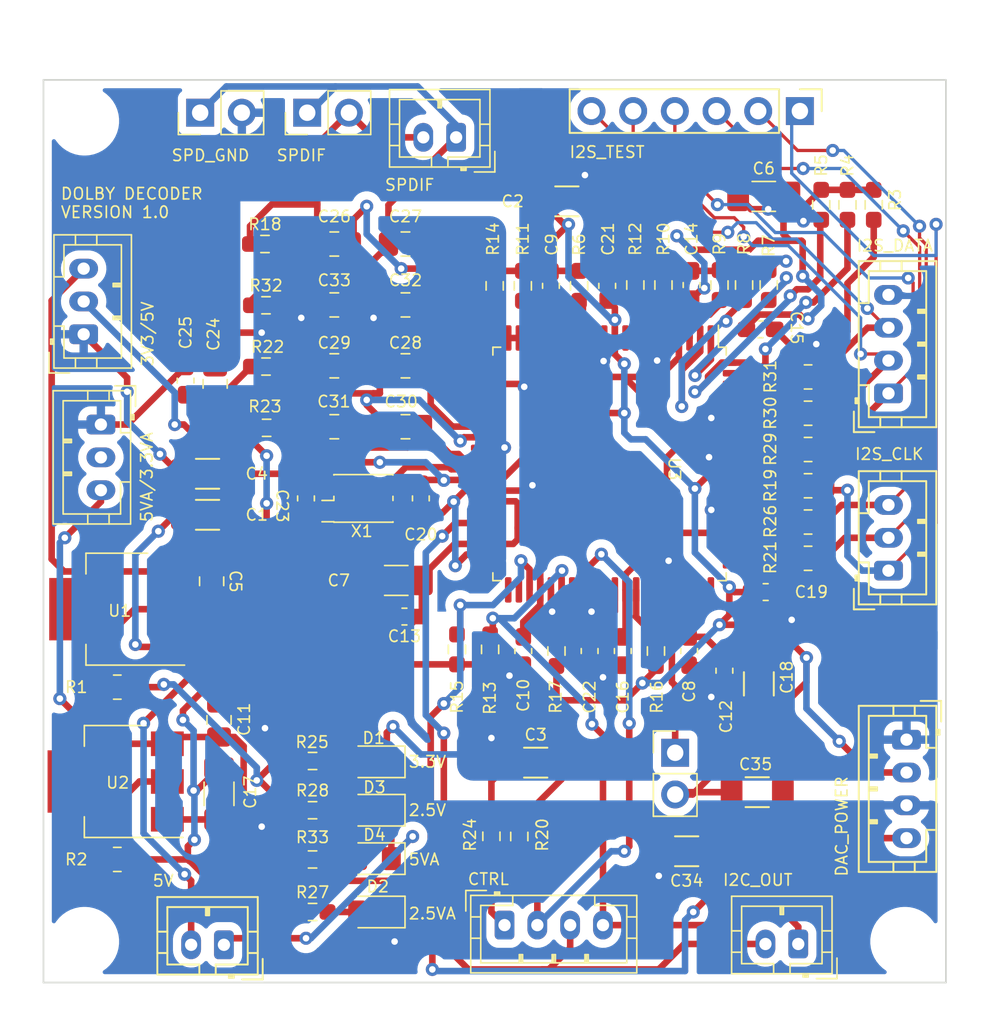
<source format=kicad_pcb>
(kicad_pcb (version 20211014) (generator pcbnew)
  (layers (0 "F.Cu" signal) (31 "B.Cu" signal) (34 "B.Paste" user) (35 "F.Paste" user) (36 "B.SilkS" user "B.Silkscreen") (37 "F.SilkS" user "F.Silkscreen") (38 "B.Mask" user) (39 "F.Mask" user) (44 "Edge.Cuts" user))
  (net 0 "")
  (net 1 "3V3")
  (net 2 "SDA")
  (net 3 "I2S_BC")
  (net 4 "I2S_WC")
  (net 5 "I2S_DATA")
  (net 6 "PCMCLK")
  (net 7 "BCLK")
  (net 8 "WCLK")
  (net 9 "I2S_D1")
  (net 10 "I2S_D2")
  (net 11 "I2S_D3")
  (net 12 "2.5V")
  (net 13 "RESET")
  (net 14 "IRQ")
  (net 15 "PLLAF")
  (net 16 "PLLSF")
  (net 17 "Net-(D1-Pad2)")
  (net 18 "Net-(D2-Pad2)")
  (net 19 "I2CADDR")
  (net 20 "SELI2C")
  (net 21 "5VA")
  (net 22 "5V")
  (net 23 "Net-(R3-Pad2)")
  (net 24 "Net-(R4-Pad2)")
  (net 25 "DCSB")
  (net 26 "CLKIN")
  (net 27 "SFREQ")
  (net 28 "Net-(R9-Pad2)")
  (net 29 "Net-(R7-Pad2)")
  (net 30 "SPDIF_IN")
  (net 31 "Net-(R8-Pad2)")
  (net 32 "PLLSPDIF")
  (net 33 "GND")
  (net 35 "DEEMPTH")
  (net 36 "AGND")
  (net 37 "3V3A")
  (net 38 "2.5VA")
  (net 39 "Net-(R31-Pad1)")
  (net 40 "Net-(R19-Pad1)")
  (net 41 "Net-(R21-Pad1)")
  (net 42 "Net-(R26-Pad1)")
  (net 43 "SCL")
  (net 45 "Net-(D3-Pad2)")
  (net 46 "CLKOUT")
  (net 47 "SPDIF_N")
  (net 48 "Net-(D4-Pad2)")
  (net 49 "Net-(R1-Pad1)")
  (net 50 "Net-(R5-Pad2)")
  (net 51 "Net-(R6-Pad1)")
  (net 52 "Net-(R10-Pad2)")
  (net 53 "Net-(R11-Pad1)")
  (net 54 "Net-(R12-Pad2)")
  (net 55 "Net-(R29-Pad1)")
  (net 56 "Net-(R30-Pad1)")
  (net 57 "Net-(R2-Pad1)")
  (net 68 "Net-(C26-Pad2)")
  (net 69 "Net-(C27-Pad2)")
  (net 70 "Net-(C29-Pad2)")
  (net 71 "Net-(C31-Pad2)")
  (net 72 "Net-(C33-Pad1)")
  (footprint "Capacitor_SMD:C_0805_2012Metric_Pad1.18x1.45mm_HandSolder" (layer "F.Cu") (at 125.2 80.4 90)
    (fp_text reference "C11")
    (fp_text value "10U")
  )
  (footprint "Capacitor_SMD:C_1206_3216Metric_Pad1.33x1.80mm_HandSolder" (layer "F.Cu") (at 153.7 88.4 180)
    (fp_text reference "C34")
    (fp_text value "10U")
  )
  (footprint "Resistor_SMD:R_0603_1608Metric_Pad0.98x0.95mm_HandSolder" (layer "F.Cu") (at 130.9 82.9)
    (fp_text reference "R25")
    (fp_text value "430R")
  )
  (footprint "Connector_JST:JST_PH_B2B-PH-K_1x02_P2.00mm_Vertical" (layer "F.Cu") (at 160.5 94.05 180)
    (fp_text reference "J5" hide)
    (fp_text value "Conn_01x02_Male")
  )
  (footprint "Connector_PinHeader_2.54mm:PinHeader_1x02_P2.54mm_Vertical" (layer "F.Cu") (at 153 82.4)
    (fp_text reference "J3" hide)
    (fp_text value "Conn_01x02")
  )
  (footprint "Connector_PinHeader_2.54mm:PinHeader_1x06_P2.54mm_Vertical" (layer "F.Cu") (at 160.6 43.3 -90)
    (fp_text reference "J12" hide)
    (fp_text value "Conn_01x06_Male")
  )
  (footprint "Resistor_SMD:R_0603_1608Metric_Pad0.98x0.95mm_HandSolder" (layer "F.Cu") (at 142 53.95 -90)
    (fp_text reference "R14")
    (fp_text value "4.7K")
  )
  (footprint "Capacitor_SMD:C_0805_2012Metric_Pad1.18x1.45mm_HandSolder" (layer "F.Cu") (at 124.75 71.95 -90)
    (fp_text reference "C5")
    (fp_text value "10U")
  )
  (footprint "Capacitor_SMD:C_0603_1608Metric_Pad1.08x0.95mm_HandSolder" (layer "F.Cu") (at 153.85 76.2 -90)
    (fp_text reference "C8")
    (fp_text value "0.1U")
  )
  (footprint "Capacitor_SMD:C_1206_3216Metric_Pad1.33x1.80mm_HandSolder" (layer "F.Cu") (at 124.5 65.4 180)
    (fp_text reference "C4")
    (fp_text value "47U")
  )
  (footprint "Resistor_SMD:R_0603_1608Metric_Pad0.98x0.95mm_HandSolder" (layer "F.Cu") (at 128.0625 58.866666 180)
    (fp_text reference "R22")
    (fp_text value "1K")
  )
  (footprint "Resistor_SMD:R_0805_2012Metric_Pad1.20x1.40mm_HandSolder" (layer "F.Cu") (at 161.1 59.5)
    (fp_text reference "R31")
    (fp_text value "47R")
  )
  (footprint "Resistor_SMD:R_0603_1608Metric_Pad0.98x0.95mm_HandSolder" (layer "F.Cu") (at 141.8 87.4875 -90)
    (fp_text reference "R24")
    (fp_text value "4.7K")
  )
  (footprint "Resistor_SMD:R_0603_1608Metric_Pad0.98x0.95mm_HandSolder" (layer "F.Cu") (at 143.5 87.5 -90)
    (fp_text reference "R20")
    (fp_text value "4.7K")
  )
  (footprint "Capacitor_SMD:C_1206_3216Metric_Pad1.33x1.80mm_HandSolder" (layer "F.Cu") (at 158.4 48.5 180)
    (fp_text reference "C6")
    (fp_text value "10U")
  )
  (footprint "Capacitor_SMD:C_0603_1608Metric_Pad1.08x0.95mm_HandSolder" (layer "F.Cu") (at 130.5 66.9 -90)
    (fp_text reference "C23")
    (fp_text value "10N")
  )
  (footprint "Capacitor_SMD:C_0805_2012Metric_Pad1.18x1.45mm_HandSolder" (layer "F.Cu") (at 136.5625 51.4)
    (fp_text reference "C27")
    (fp_text value "100N")
  )
  (footprint "Capacitor_SMD:C_1206_3216Metric_Pad1.33x1.80mm_HandSolder" (layer "F.Cu") (at 158.1 78.2 -90)
    (fp_text reference "C18")
    (fp_text value "10U")
  )
  (footprint "LED_SMD:LED_0805_2012Metric_Pad1.15x1.40mm_HandSolder" (layer "F.Cu") (at 134.675 85.9 180)
    (fp_text reference "D3")
    (fp_text value "ORANGE")
  )
  (footprint "Connector_PinHeader_2.54mm:PinHeader_1x02_P2.54mm_Vertical" (layer "F.Cu") (at 130.575 43.4 90)
    (fp_text reference "J8" hide)
    (fp_text value "Conn_01x02_Male")
  )
  (footprint "Resistor_SMD:R_0603_1608Metric_Pad0.98x0.95mm_HandSolder" (layer "F.Cu") (at 163.5 49.0125 -90)
    (fp_text reference "R4")
    (fp_text value "4.7K")
  )
  (footprint "Connector_PinHeader_2.54mm:PinHeader_1x02_P2.54mm_Vertical" (layer "F.Cu") (at 124.05 43.4 90)
    (fp_text reference "J9" hide)
    (fp_text value "Conn_01x02_Male")
  )
  (footprint "Resistor_SMD:R_0805_2012Metric_Pad1.20x1.40mm_HandSolder" (layer "F.Cu") (at 161.1 70.55)
    (fp_text reference "R21")
    (fp_text value "47R")
  )
  (footprint "Resistor_SMD:R_0603_1608Metric_Pad0.98x0.95mm_HandSolder" (layer "F.Cu") (at 128 51.4)
    (fp_text reference "R18")
    (fp_text value "75R")
  )
  (footprint "MountingHole:MountingHole_3.2mm_M3" (layer "F.Cu") (at 167 43.9)
    (fp_text reference "H4" hide)
    (fp_text value "MountingHole")
  )
  (footprint "Capacitor_SMD:C_0603_1608Metric_Pad1.08x0.95mm_HandSolder" (layer "F.Cu") (at 158.515712 72.607123)
    (fp_text reference "C19")
    (fp_text value "0.1U")
  )
  (footprint "Resistor_SMD:R_0805_2012Metric_Pad1.20x1.40mm_HandSolder" (layer "F.Cu") (at 161.1 68.34)
    (fp_text reference "R26")
    (fp_text value "47R")
  )
  (footprint "Capacitor_SMD:C_0603_1608Metric_Pad1.08x0.95mm_HandSolder" (layer "F.Cu") (at 148.85714 53.95 90)
    (fp_text reference "C21")
    (fp_text value "0.1U")
  )
  (footprint "Capacitor_SMD:C_0805_2012Metric_Pad1.18x1.45mm_HandSolder" (layer "F.Cu") (at 132.225 55.111111 180)
    (fp_text reference "C33")
    (fp_text value "4.7N")
  )
  (footprint "MountingHole:MountingHole_3.2mm_M3" (layer "F.Cu") (at 117 93.9)
    (fp_text reference "H3" hide)
    (fp_text value "MountingHole")
  )
  (footprint "Resistor_SMD:R_0805_2012Metric_Pad1.20x1.40mm_HandSolder" (layer "F.Cu") (at 161.1 66.13)
    (fp_text reference "R19")
    (fp_text value "47R")
  )
  (footprint "Resistor_SMD:R_0603_1608Metric_Pad0.98x0.95mm_HandSolder" (layer "F.Cu") (at 130.9 88.9)
    (fp_text reference "R33")
    (fp_text value "1K")
  )
  (footprint "Capacitor_SMD:C_0603_1608Metric_Pad1.08x0.95mm_HandSolder" (layer "F.Cu") (at 149.80714 76.2 -90)
    (fp_text reference "C16")
    (fp_text value "0.1U")
  )
  (footprint "Capacitor_SMD:C_0603_1608Metric_Pad1.08x0.95mm_HandSolder" (layer "F.Cu") (at 136.5 74.1 180)
    (fp_text reference "C13")
    (fp_text value "0.1U")
  )
  (footprint "Capacitor_SMD:C_0805_2012Metric_Pad1.18x1.45mm_HandSolder" (layer "F.Cu") (at 132.225 58.822222 180)
    (fp_text reference "C29")
    (fp_text value "5.6N")
  )
  (footprint "Connector_JST:JST_PH_B4B-PH-K_1x04_P2.00mm_Vertical" (layer "F.Cu") (at 142.6 92.9)
    (fp_text reference "J4" hide)
    (fp_text value "Conn_01x04_Male")
  )
  (footprint "Capacitor_SMD:C_1206_3216Metric_Pad1.33x1.80mm_HandSolder" (layer "F.Cu") (at 146.4 48.8)
    (fp_text reference "C2")
    (fp_text value "10U")
  )
  (footprint "Capacitor_SMD:C_1206_3216Metric_Pad1.33x1.80mm_HandSolder" (layer "F.Cu") (at 124.5 67.9 180)
    (fp_text reference "C1")
    (fp_text value "47U")
  )
  (footprint "Resistor_SMD:R_0603_1608Metric_Pad0.98x0.95mm_HandSolder" (layer "F.Cu") (at 158.7 53.9 -90)
    (fp_text reference "R7")
    (fp_text value "4.7K")
  )
  (footprint "Connector_JST:JST_PH_B4B-PH-K_1x04_P2.00mm_Vertical" (layer "F.Cu") (at 166 60.5 90)
    (fp_text reference "J13" hide)
    (fp_text value "Conn_01x04_Male")
  )
  (footprint "Package_QFP:LQFP-80_14x14mm_P0.65mm" (layer "F.Cu") (at 149 64.8 -90)
    (fp_text reference "U3")
    (fp_text value "SPA130")
  )
  (footprint "Connector_JST:JST_PH_B2B-PH-K_1x02_P2.00mm_Vertical" (layer "F.Cu") (at 139.65 44.9 180)
    (fp_text reference "J6" hide)
    (fp_text value "Conn_01x02_Male")
  )
  (footprint "Capacitor_SMD:C_0805_2012Metric_Pad1.18x1.45mm_HandSolder" (layer "F.Cu") (at 124.9625 59.922222 90)
    (fp_text reference "C24")
    (fp_text value "10U")
  )
  (footprint "Connector_JST:JST_PH_B3B-PH-K_1x03_P2.00mm_Vertical" (layer "F.Cu") (at 116.95 56.9 90)
    (fp_text reference "J2" hide)
    (fp_text value "Conn_01x03_Male")
  )
  (footprint "Resistor_SMD:R_0603_1608Metric_Pad0.98x0.95mm_HandSolder" (layer "F.Cu") (at 143.714285 53.95 90)
    (fp_text reference "R11")
    (fp_text value "10K")
  )
  (footprint "Resistor_SMD:R_0603_1608Metric_Pad0.98x0.95mm_HandSolder" (layer "F.Cu") (at 141.721428 76.1 90)
    (fp_text reference "R13")
    (fp_text value "10K")
  )
  (footprint "Capacitor_SMD:C_1206_3216Metric_Pad1.33x1.80mm_HandSolder" (layer "F.Cu") (at 144.5 83 180)
    (fp_text reference "C3")
    (fp_text value "10U")
  )
  (footprint "Capacitor_SMD:C_0603_1608Metric_Pad1.08x0.95mm_HandSolder" (layer "F.Cu") (at 137.5 66.9 -90)
    (fp_text reference "C20")
    (fp_text value "0.1U")
  )
  (footprint "Resistor_SMD:R_0603_1608Metric_Pad0.98x0.95mm_HandSolder" (layer "F.Cu") (at 150.571425 53.9 -90)
    (fp_text reference "R12")
    (fp_text value "4.7K")
  )
  (footprint "Capacitor_SMD:C_0603_1608Metric_Pad1.08x0.95mm_HandSolder" (layer "F.Cu") (at 145.42857 53.95 90)
    (fp_text reference "C9")
    (fp_text value "0.1U")
  )
  (footprint "Capacitor_SMD:C_0603_1608Metric_Pad1.08x0.95mm_HandSolder" (layer "F.Cu") (at 158.2 56.6)
    (fp_text reference "C15")
    (fp_text value "0.1U")
  )
  (footprint "Capacitor_SMD:C_0603_1608Metric_Pad1.08x0.95mm_HandSolder" (layer "F.Cu") (at 156 77.4 -90)
    (fp_text reference "C12")
    (fp_text value "0.1U")
  )
  (footprint "Resistor_SMD:R_0603_1608Metric_Pad0.98x0.95mm_HandSolder" (layer "F.Cu") (at 151.828568 76.2 90)
    (fp_text reference "R16")
    (fp_text value "4.7K")
  )
  (footprint "Resistor_SMD:R_0603_1608Metric_Pad0.98x0.95mm_HandSolder" (layer "F.Cu") (at 128.1 62.6 180)
    (fp_text reference "R23")
    (fp_text value "1K")
  )
  (footprint "Resistor_SMD:R_0603_1608Metric_Pad0.98x0.95mm_HandSolder" (layer "F.Cu") (at 147.142855 53.95 90)
    (fp_text reference "R6")
    (fp_text value "10K")
  )
  (footprint "Resistor_SMD:R_0603_1608Metric_Pad0.98x0.95mm_HandSolder" (layer "F.Cu") (at 157.2 53.9 -90)
    (fp_text reference "R8")
    (fp_text value "4.7K")
  )
  (footprint "MountingHole:MountingHole_3.2mm_M3" (layer "F.Cu") (at 167 93.9)
    (fp_text reference "H2" hide)
    (fp_text value "MountingHole")
  )
  (footprint "Resistor_SMD:R_0603_1608Metric_Pad0.98x0.95mm_HandSolder" (layer "F.Cu") (at 145.764284 76.2 90)
    (fp_text reference "R17")
    (fp_text value "4.7K")
  )
  (footprint "Resistor_SMD:R_0603_1608Metric_Pad0.98x0.95mm_HandSolder" (layer "F.Cu") (at 130.9 92.1)
    (fp_text reference "R27")
    (fp_text value "160R")
  )
  (footprint "Resistor_SMD:R_0805_2012Metric_Pad1.20x1.40mm_HandSolder" (layer "F.Cu") (at 161.1 61.71)
    (fp_text reference "R30")
    (fp_text value "47R")
  )
  (footprint "Capacitor_SMD:C_1206_3216Metric_Pad1.33x1.80mm_HandSolder" (layer "F.Cu") (at 136 71.9 180)
    (fp_text reference "C7")
    (fp_text value "47U")
  )
  (footprint "Connector_JST:JST_PH_B3B-PH-K_1x03_P2.00mm_Vertical" (layer "F.Cu") (at 118 62.4 -90)
    (fp_text reference "J1" hide)
    (fp_text value "Conn_01x03_Male")
  )
  (footprint "Resistor_SMD:R_0603_1608Metric_Pad0.98x0.95mm_HandSolder" (layer "F.Cu") (at 128.0625 55.133333 180)
    (fp_text reference "R32")
    (fp_text value "330R")
  )
  (footprint "Resistor_SMD:R_0805_2012Metric_Pad1.20x1.40mm_HandSolder" (layer "F.Cu") (at 161.1 63.92)
    (fp_text reference "R29")
    (fp_text value "47R")
  )
  (footprint "Resistor_SMD:R_0603_1608Metric_Pad0.98x0.95mm_HandSolder" (layer "F.Cu") (at 161.9 49.0125 -90)
    (fp_text reference "R5")
    (fp_text value "4.7K")
  )
  (footprint "Resistor_SMD:R_0603_1608Metric_Pad0.98x0.95mm_HandSolder" (layer "F.Cu") (at 155.7 53.9 -90)
    (fp_text reference "R9")
    (fp_text value "4.7K")
  )
  (footprint "Capacitor_SMD:C_0603_1608Metric_Pad1.08x0.95mm_HandSolder" (layer "F.Cu") (at 123.1625 59.722222 90)
    (fp_text reference "C25")
    (fp_text value "0.1U")
  )
  (footprint "Capacitor_SMD:C_0603_1608Metric_Pad1.08x0.95mm_HandSolder" (layer "F.Cu") (at 147.785712 76.2 -90)
    (fp_text reference "C22")
    (fp_text value "0.1U")
  )
  (footprint "Resistor_SMD:R_0805_2012Metric_Pad1.20x1.40mm_HandSolder" (layer "F.Cu") (at 119 88.9)
    (fp_text reference "R2")
    (fp_text value "22R")
  )
  (footprint "Resistor_SMD:R_0603_1608Metric_Pad0.98x0.95mm_HandSolder" (layer "F.Cu") (at 165.1 49.0125 -90)
    (fp_text reference "R3")
    (fp_text value "4.7K")
  )
  (footprint "LED_SMD:LED_0805_2012Metric_Pad1.15x1.40mm_HandSolder" (layer "F.Cu") (at 134.675 92.1 180)
    (fp_text reference "D2")
    (fp_text value "YELLOW")
  )
  (footprint "Capacitor_SMD:C_0805_2012Metric_Pad1.18x1.45mm_HandSolder" (layer "F.Cu") (at 132.225 51.4)
    (fp_text reference "C26")
    (fp_text value "100N")
  )
  (footprint "Connector_JST:JST_PH_B3B-PH-K_1x03_P2.00mm_Vertical" (layer "F.Cu") (at 166 71.3 90)
    (fp_text reference "J11" hide)
    (fp_text value "Conn_01x03_Male")
  )
  (footprint "Capacitor_SMD:C_0603_1608Metric_Pad1.08x0.95mm_HandSolder" (layer "F.Cu") (at 154 53.9 90)
    (fp_text reference "C14")
    (fp_text value "0.1U")
  )
  (footprint "Capacitor_SMD:C_0805_2012Metric_Pad1.18x1.45mm_HandSolder" (layer "F.Cu") (at 136.5625 58.822222 180)
    (fp_text reference "C28")
    (fp_text value "470P")
  )
  (footprint "Connector_JST:JST_PH_B2B-PH-K_1x02_P2.00mm_Vertical" (layer "F.Cu") (at 125.5 94.1 180)
    (fp_text reference "J7" hide)
    (fp_text value "Conn_01x02_Male")
  )
  (footprint "Resistor_SMD:R_0805_2012Metric_Pad1.20x1.40mm_HandSolder" (layer "F.Cu") (at 119 78.4)
    (fp_text reference "R1")
    (fp_text value "22R")
  )
  (footprint "Package_TO_SOT_SMD:SOT-223" (layer "F.Cu") (at 118.9 84.15 180)
    (fp_text reference "U2")
    (fp_text value "AMS1117-2.5")
  )
  (footprint "Resistor_SMD:R_0603_1608Metric_Pad0.98x0.95mm_HandSolder" (layer "F.Cu") (at 130.9 85.9)
    (fp_text reference "R28")
    (fp_text value "160R")
  )
  (footprint "LED_SMD:LED_0805_2012Metric_Pad1.15x1.40mm_HandSolder" (layer "F.Cu") (at 134.675 82.95 180)
    (fp_text reference "D1")
    (fp_text value "YELLOW")
  )
  (footprint "MountingHole:MountingHole_3.2mm_M3" (layer "F.Cu") (at 117 43.9)
    (fp_text reference "H1" hide)
    (fp_text value "MountingHole")
  )
  (footprint "Package_TO_SOT_SMD:SOT-223" (layer "F.Cu") (at 119 73.65 180)
    (fp_text reference "U1")
    (fp_text value "AMS1117-2.5")
  )
  (footprint "Capacitor_SMD:C_0805_2012Metric_Pad1.18x1.45mm_HandSolder" (layer "F.Cu") (at 136.5625 62.533334 180)
    (fp_text reference "C30")
    (fp_text value "470P")
  )
  (footprint "Resistor_SMD:R_0603_1608Metric_Pad0.98x0.95mm_HandSolder" (layer "F.Cu") (at 139.7 76.1 90)
    (fp_text reference "R15")
    (fp_text value "10K")
  )
  (footprint "Connector_JST:JST_PH_B4B-PH-K_1x04_P2.00mm_Vertical" (layer "F.Cu") (at 167.1 81.6 -90)
    (fp_text reference "J10" hide)
    (fp_text value "Conn_01x04_Male")
  )
  (footprint "Capacitor_SMD:C_0603_1608Metric_Pad1.08x0.95mm_HandSolder" (layer "F.Cu") (at 143.742856 76.2 -90)
    (fp_text reference "C10")
    (fp_text value "0.1U")
  )
  (footprint "Capacitor_SMD:C_0805_2012Metric_Pad1.18x1.45mm_HandSolder" (layer "F.Cu") (at 136.5625 55.111111 180)
    (fp_text reference "C32")
    (fp_text value "150P")
  )
  (footprint "Capacitor_SMD:C_1206_3216Metric_Pad1.33x1.80mm_HandSolder" (layer "F.Cu") (at 158 84.8 180)
    (fp_text reference "C35")
    (fp_text value "10U")
  )
  (footprint "LED_SMD:LED_0805_2012Metric_Pad1.15x1.40mm_HandSolder" (layer "F.Cu") (at 134.675 88.85 180)
    (fp_text reference "D4")
    (fp_text value "YELLOW")
  )
  (footprint "Capacitor_SMD:C_0805_2012Metric_Pad1.18x1.45mm_HandSolder" (layer "F.Cu") (at 132.225 62.533334 180)
    (fp_text reference "C31")
    (fp_text value "5.6N")
  )
  (footprint "Oscillator:Oscillator_SMD_EuroQuartz_XO32-4Pin_3.2x2.5mm_HandSoldering" (layer "F.Cu") (at 134 66.9)
    (fp_text reference "X1")
    (fp_text value "TXC-7C")
  )
  (footprint "Resistor_SMD:R_0603_1608Metric_Pad0.98x0.95mm_HandSolder" (layer "F.Cu") (at 152.28571 53.9 -90)
    (fp_text reference "R10")
    (fp_text value "4.7K")
  )
  (footprint "Capacitor_SMD:C_1206_3216Metric_Pad1.33x1.80mm_HandSolder" (layer "F.Cu") (at 125.2 84.9 -90)
    (fp_text reference "C17")
    (fp_text value "47U")
  )
  (gr_line (start 114.5 96.4) (end 169.5 96.4) (layer "Edge.Cuts") (width 0.1))
  (gr_line (start 169.5 41.4) (end 169.5 96.4) (layer "Edge.Cuts") (width 0.1))
  (gr_line (start 114.5 96.4) (end 114.5 41.4) (layer "Edge.Cuts") (width 0.1))
  (gr_line (start 114.5 41.4) (end 169.5 41.4) (layer "Edge.Cuts") (width 0.1))
  (gr_text "SPDIF" (at 135.25 47.8) (layer "F.SilkS") (effects (font (size 0.7 0.7) (thickness 0.1)) (justify left)))
  (gr_text "I2S_DATA\n" (at 164 51.5) (layer "F.SilkS") (effects (font (size 0.7 0.7) (thickness 0.1)) (justify left)))
  (gr_text "DOLBY DECODER\nVERSION 1.0" (at 115.5 48.9) (layer "F.SilkS") (effects (font (size 0.7 0.7) (thickness 0.1)) (justify left)))
  (gr_text "3V3/5V" (at 120.85 58.9 90) (layer "F.SilkS") (effects (font (size 0.7 0.7) (thickness 0.1)) (justify left)))
  (gr_text "I2C_OUT\n" (at 155.85 90.15) (layer "F.SilkS") (effects (font (size 0.7 0.7) (thickness 0.1)) (justify left)))
  (gr_text "I2S_CLK" (at 163.9 64.2) (layer "F.SilkS") (effects (font (size 0.7 0.7) (thickness 0.1)) (justify left)))
  (gr_text "DAC_POWER" (at 163.15 90 90) (layer "F.SilkS") (effects (font (size 0.7 0.7) (thickness 0.1)) (justify left)))
  (gr_text "SPD_GND\n" (at 122.25 46) (layer "F.SilkS") (effects (font (size 0.7 0.7) (thickness 0.1)) (justify left)))
  (gr_text "2.5V" (at 136.7 85.9) (layer "F.SilkS") (effects (font (size 0.7 0.7) (thickness 0.1)) (justify left)))
  (gr_text "3.3V" (at 136.7 82.95) (layer "F.SilkS") (effects (font (size 0.7 0.7) (thickness 0.1)) (justify left)))
  (gr_text "CTRL" (at 140.3 90.1) (layer "F.SilkS") (effects (font (size 0.7 0.7) (thickness 0.1)) (justify left)))
  (gr_text "I2S_TEST" (at 146.5 45.8) (layer "F.SilkS") (effects (font (size 0.7 0.7) (thickness 0.1)) (justify left)))
  (gr_text "5VA/3.3VA" (at 120.8 68.4 90) (layer "F.SilkS") (effects (font (size 0.7 0.7) (thickness 0.1)) (justify left)))
  (gr_text "SPDIF" (at 128.65 46) (layer "F.SilkS") (effects (font (size 0.7 0.7) (thickness 0.1)) (justify left)))
  (gr_text "2.5VA" (at 136.7 92.2) (layer "F.SilkS") (effects (font (size 0.7 0.7) (thickness 0.1)) (justify left)))
  (gr_text "5V" (at 121.1 90.2) (layer "F.SilkS") (effects (font (size 0.7 0.7) (thickness 0.1)) (justify left)))
  (gr_text "5VA" (at 136.7 88.9) (layer "F.SilkS") (effects (font (size 0.7 0.7) (thickness 0.1)) (justify left)))
  (segment (start 126.0625 65.4) (end 123.0625 62.4) (width 0.4) (layer "F.Cu") (net 1))
  (segment (start 133.756836 77.0125) (end 139.7 77.0125) (width 0.4) (layer "F.Cu") (net 1))
  (segment (start 154.2 66.3) (end 155.375 65.125) (width 0.4) (layer "F.Cu") (net 1))
  (segment (start 155.375 65.125) (end 156.675 65.125) (width 0.4) (layer "F.Cu") (net 1))
  (segment (start 149.325 58.125) (end 149.325 57.125) (width 0.4) (layer "F.Cu") (net 1))
  (segment (start 142.425 65.775) (end 146.5 61.7) (width 0.4) (layer "F.Cu") (net 1))
  (segment (start 147.539284 75.3375) (end 145.764284 77.1125) (width 0.4) (layer "F.Cu") (net 1))
  (segment (start 143.714285 52.985715) (end 146.5 50.2) (width 0.4) (layer "F.Cu") (net 1))
  (segment (start 141.721428 77.0125) (end 139.7 77.0125) (width 0.4) (layer "F.Cu") (net 1))
  (segment (start 123.0625 62.4) (end 122.5 62.4) (width 0.4) (layer "F.Cu") (net 1))
  (segment (start 133 64.7) (end 135 64.7) (width 0.4) (layer "F.Cu") (net 1))
  (segment (start 146.2 82.1) (end 145.764284 81.664284) (width 0.4) (layer "F.Cu") (net 1))
  (segment (start 145.764284 79.664284) (end 145.764284 79.164284) (width 0.4) (layer "F.Cu") (net 1))
  (segment (start 141.721428 77.821428) (end 143.564284 79.664284) (width 0.4) (layer "F.Cu") (net 1))
  (segment (start 145.764284 79.164284) (end 145.8 79.2) (width 0.4) (layer "F.Cu") (net 1))
  (segment (start 143.564284 79.664284) (end 145.764284 79.664284) (width 0.4) (layer "F.Cu") (net 1))
  (segment (start 149.9495 79.2) (end 150.9995 78.15) (width 0.4) (layer "F.Cu") (net 1))
  (segment (start 156.607123 72.607123) (end 156.3 72.3) (width 0.4) (layer "F.Cu") (net 1))
  (segment (start 156.3 72.3) (end 156.3 74) (width 0.4) (layer "F.Cu") (net 1))
  (segment (start 139.125 65.775) (end 139.1 65.8) (width 0.4) (layer "F.Cu") (net 1))
  (segment (start 139.125 65.775) (end 137.7625 65.775) (width 0.4) (layer "F.Cu") (net 1))
  (segment (start 167.1 83.6) (end 164.9 83.6) (width 0.4) (layer "F.Cu") (net 1))
  (segment (start 149.325 57.125) (end 149.325 55.28036) (width 0.4) (layer "F.Cu") (net 1))
  (segment (start 164.9 83.6) (end 163 81.7) (width 0.4) (layer "F.Cu") (net 1))
  (segment (start 129.7125 83.15) (end 129.7125 81.056836) (width 0.4) (layer "F.Cu") (net 1))
  (segment (start 159.5625 79.5375) (end 159.5625 84.8) (width 0.4) (layer "F.Cu") (net 1))
  (segment (start 157.653212 72.607123) (end 156.607123 72.607123) (width 0.4) (layer "F.Cu") (net 1))
  (segment (start 161 76.6) (end 159 74.6) (width 0.4) (layer "F.Cu") (net 1))
  (segment (start 149.325 73.775) (end 149.325 72.475) (width 0.4) (layer "F.Cu") (net 1))
  (segment (start 142 53.0375) (end 143.714285 53.0375) (width 0.4) (layer "F.Cu") (net 1))
  (segment (start 161 76.6) (end 161 78.1) (width 0.4) (layer "F.Cu") (net 1))
  (segment (start 144.8375 48.8) (end 146.2375 50.2) (width 0.4) (layer "F.Cu") (net 1))
  (segment (start 145.764284 81.664284) (end 145.764284 79.664284) (width 0.4) (layer "F.Cu") (net 1))
  (segment (start 141.325 65.775) (end 142.425 65.775) (width 0.4) (layer "F.Cu") (net 1))
  (segment (start 129.8625 65.4) (end 130.5 66.0375) (width 0.4) (layer "F.Cu") (net 1))
  (segment (start 146.0625 84.025) (end 143.5 86.5875) (width 0.4) (layer "F.Cu") (net 1))
  (segment (start 149.325 55.28036) (end 148.85714 54.8125) (width 0.4) (layer "F.Cu") (net 1))
  (segment (start 156.3 74) (end 155.7 74.6) (width 0.4) (layer "F.Cu") (net 1))
  (segment (start 146.0625 81.9) (end 146.0625 84.025) (width 0.4) (layer "F.Cu") (net 1))
  (segment (start 146.5 61.7) (end 149.9 61.7) (width 0.4) (layer "F.Cu") (net 1))
  (segment (start 132.55 65.15) (end 133 64.7) (width 0.4) (layer "F.Cu") (net 1))
  (segment (start 131.7 64.7) (end 133 64.7) (width 0.4) (layer "F.Cu") (net 1))
  (segment (start 141.325 65.775) (end 139.125 65.775) (width 0.4) (layer "F.Cu") (net 1))
  (segment (start 132.55 66.125) (end 132.55 65.15) (width 0.4) (layer "F.Cu") (net 1))
  (segment (start 146.2375 50.2) (end 146.5 50.2) (width 0.4) (layer "F.Cu") (net 1))
  (segment (start 145.8 79.2) (end 149.9495 79.2) (width 0.4) (layer "F.Cu") (net 1))
  (segment (start 141.721428 77.0125) (end 141.721428 77.821428) (width 0.4) (layer "F.Cu") (net 1))
  (segment (start 149.9 58.7) (end 149.325 58.125) (width 0.4) (layer "F.Cu") (net 1))
  (segment (start 145.764284 79.164284) (end 145.764284 77.1125) (width 0.4) (layer "F.Cu") (net 1))
  (segment (start 161 78.1) (end 159.5625 79.5375) (width 0.4) (layer "F.Cu") (net 1))
  (segment (start 126.0625 65.4) (end 129.8625 65.4) (width 0.4) (layer "F.Cu") (net 1))
  (segment (start 159 74.6) (end 155.7 74.6) (width 0.4) (layer "F.Cu") (net 1))
  (segment (start 139.1 65.8) (end 138.9 65.8) (width 0.4) (layer "F.Cu") (net 1))
  (segment (start 151.828568 77.320932) (end 150.9995 78.15) (width 0.4) (layer "F.Cu") (net 1))
  (segment (start 130.5 65.9) (end 131.7 64.7) (width 0.4) (layer "F.Cu") (net 1))
  (segment (start 147.785712 75.314288) (end 149.325 73.775) (width 0.4) (layer "F.Cu") (net 1))
  (segment (start 129.7125 81.056836) (end 133.756836 77.0125) (width 0.4) (layer "F.Cu") (net 1))
  (via (at 149.9 61.7) (size 0.8) (drill 0.4) (layers "F.Cu" "B.Cu") (net 1))
  (via (at 138.9 65.8) (size 0.8) (drill 0.4) (layers "F.Cu" "B.Cu") (net 1))
  (via (at 122.5 62.4) (size 0.8) (drill 0.4) (layers "F.Cu" "B.Cu") (net 1))
  (via (at 135 64.7) (size 0.8) (drill 0.4) (layers "F.Cu" "B.Cu") (net 1))
  (via (at 149.9 58.7) (size 0.8) (drill 0.4) (layers "F.Cu" "B.Cu") (net 1))
  (via (at 149.325 56.017795) (size 0.8) (drill 0.4) (layers "F.Cu" "B.Cu") (net 1))
  (via (at 163 81.7) (size 0.8) (drill 0.4) (layers "F.Cu" "B.Cu") (net 1))
  (via (at 161 76.6) (size 0.8) (drill 0.4) (layers "F.Cu" "B.Cu") (net 1))
  (via (at 150.9995 78.15) (size 0.8) (drill 0.4) (layers "F.Cu" "B.Cu") (net 1))
  (via (at 146.5 50.2) (size 0.8) (drill 0.4) (layers "F.Cu" "B.Cu") (net 1))
  (via (at 156.3 72.3) (size 0.8) (drill 0.4) (layers "F.Cu" "B.Cu") (net 1))
  (via (at 154.2 66.3) (size 0.8) (drill 0.4) (layers "F.Cu" "B.Cu") (net 1))
  (via (at 155.7 74.6) (size 0.8) (drill 0.4) (layers "F.Cu" "B.Cu") (net 1))
  (segment (start 161 79.7) (end 161 76.6) (width 0.4) (layer "B.Cu") (net 1))
  (segment (start 137.8 64.7) (end 138.9 65.8) (width 0.4) (layer "B.Cu") (net 1))
  (segment (start 122.5 60.45) (end 122.5 62.4) (width 0.4) (layer "B.Cu") (net 1))
  (segment (start 149.117795 56.017795) (end 146.5 53.4) (width 0.4) (layer "B.Cu") (net 1))
  (segment (start 149.9 62.9) (end 149.9 61.7) (width 0.4) (layer "B.Cu") (net 1))
  (segment (start 116.95 54.9) (end 122.5 60.45) (width 0.4) (layer "B.Cu") (net 1))
  (segment (start 151.2 63.3) (end 150.3 63.3) (width 0.4) (layer "B.Cu") (net 1))
  (segment (start 149.325 56.017795) (end 149.117795 56.017795) (width 0.4) (layer "B.Cu") (net 1))
  (segment (start 135 64.7) (end 137.8 64.7) (width 0.4) (layer "B.Cu") (net 1))
  (segment (start 155.7 74.6) (end 152.15 78.15) (width 0.4) (layer "B.Cu") (net 1))
  (segment (start 152.15 78.15) (end 150.9995 78.15) (width 0.4) (layer "B.Cu") (net 1))
  (segment (start 154.2 70.2) (end 154.2 66.3) (width 0.4) (layer "B.Cu") (net 1))
  (segment (start 150.3 63.3) (end 149.9 62.9) (width 0.4) (layer "B.Cu") (net 1))
  (segment (start 163 81.7) (end 161 79.7) (width 0.4) (layer "B.Cu") (net 1))
  (segment (start 154.2 66.3) (end 151.2 63.3) (width 0.4) (layer "B.Cu") (net 1))
  (segment (start 146.5 53.4) (end 146.5 50.2) (width 0.4) (layer "B.Cu") (net 1))
  (segment (start 156.3 72.3) (end 154.2 70.2) (width 0.4) (layer "B.Cu") (net 1))
  (segment (start 149.9 61.7) (end 149.9 58.7) (width 0.4) (layer "B.Cu") (net 1))
  (segment (start 146.6 92.9) (end 146.6 94.3) (width 0.4) (layer "F.Cu") (net 2))
  (segment (start 140.4 95.6) (end 138.1005 93.3005) (width 0.4) (layer "F.Cu") (net 2))
  (segment (start 145.3 95.6) (end 144.9 95.6) (width 0.4) (layer "F.Cu") (net 2))
  (segment (start 144.125 71.225) (end 143.6 70.7) (width 0.4) (layer "F.Cu") (net 2))
  (segment (start 144.9 95.6) (end 140.4 95.6) (width 0.4) (layer "F.Cu") (net 2))
  (segment (start 146.6 94.3) (end 145.3 95.6) (width 0.4) (layer "F.Cu") (net 2))
  (segment (start 153.55 94.05) (end 152 95.6) (width 0.4) (layer "F.Cu") (net 2))
  (segment (start 138.1005 93.3005) (end 138.1005 80.1995) (width 0.4) (layer "F.Cu") (net 2))
  (segment (start 144.125 72.475) (end 144.125 71.225) (width 0.4) (layer "F.Cu") (net 2))
  (segment (start 139.9 73.4) (end 139.9 74.9875) (width 0.4) (layer "F.Cu") (net 2))
  (segment (start 158.5 94.05) (end 153.55 94.05) (width 0.4) (layer "F.Cu") (net 2))
  (segment (start 138.1005 80.1995) (end 138.9 79.4) (width 0.4) (layer "F.Cu") (net 2))
  (segment (start 144.9 95.6) (end 152 95.6) (width 0.4) (layer "F.Cu") (net 2))
  (via (at 143.6 70.7) (size 0.8) (drill 0.4) (layers "F.Cu" "B.Cu") (net 2))
  (via (at 139.9 73.4) (size 0.8) (drill 0.4) (layers "F.Cu" "B.Cu") (net 2))
  (via (at 138.9 79.4) (size 0.8) (drill 0.4) (layers "F.Cu" "B.Cu") (net 2))
  (segment (start 139.9 78.4) (end 138.9 79.4) (width 0.4) (layer "B.Cu") (net 2))
  (segment (start 141.9 73.4) (end 143.6 71.7) (width 0.4) (layer "B.Cu") (net 2))
  (segment (start 139.9 73.4) (end 139.9 78.4) (width 0.4) (layer "B.Cu") (net 2))
  (segment (start 143.6 71.7) (end 143.6 70.7) (width 0.4) (layer "B.Cu") (net 2))
  (segment (start 139.9 73.4) (end 141.9 73.4) (width 0.4) (layer "B.Cu") (net 2))
  (segment (start 163.5 66.4) (end 162.37 66.4) (width 0.4) (layer "F.Cu") (net 6))
  (segment (start 168.9 68.4) (end 168.9 50.2) (width 0.2) (layer "F.Cu") (net 6))
  (segment (start 166 71.3) (end 168.9 68.4) (width 0.2) (layer "F.Cu") (net 6))
  (via (at 168.9 50.2) (size 0.8) (drill 0.4) (layers "F.Cu" "B.Cu") (net 6))
  (via (at 163.5 66.4) (size 0.8) (drill 0.4) (layers "F.Cu" "B.Cu") (net 6))
  (segment (start 160.6 43.3) (end 160.1005 43.7995) (width 0.2) (layer "B.Cu") (net 6))
  (segment (start 165.110757 52.1) (end 168.9 52.1) (width 0.2) (layer "B.Cu") (net 6))
  (segment (start 163.5 70.4) (end 164.4 71.3) (width 0.4) (layer "B.Cu") (net 6))
  (segment (start 164.4 71.3) (end 166 71.3) (width 0.4) (layer "B.Cu") (net 6))
  (segment (start 160.1005 47.089743) (end 165.110757 52.1) (width 0.2) (layer "B.Cu") (net 6))
  (segment (start 163.5 66.4) (end 163.5 70.4) (width 0.4) (layer "B.Cu") (net 6))
  (segment (start 160.1005 43.7995) (end 160.1005 47.089743) (width 0.2) (layer "B.Cu") (net 6))
  (segment (start 168.9 52.1) (end 168.9 50.2) (width 0.2) (layer "B.Cu") (net 6))
  (segment (start 168.299501 67.000499) (end 168.299501 51.434521) (width 0.2) (layer "F.Cu") (net 7))
  (segment (start 163.35 69.3) (end 162.1 70.55) (width 0.4) (layer "F.Cu") (net 7))
  (segment (start 166 69.3) (end 168.299501 67.000499) (width 0.2) (layer "F.Cu") (net 7))
  (segment (start 166 69.3) (end 163.35 69.3) (width 0.4) (layer "F.Cu") (net 7))
  (segment (start 160.46 45.7) (end 162.6 45.7) (width 0.2) (layer "F.Cu") (net 7))
  (segment (start 158.06 43.3) (end 160.46 45.7) (width 0.2) (layer "F.Cu") (net 7))
  (segment (start 167.891425 51.026445) (end 167.891425 50.312453) (width 0.2) (layer "F.Cu") (net 7))
  (segment (start 168.299501 51.434521) (end 167.891425 51.026445) (width 0.2) (layer "F.Cu") (net 7))
  (via (at 162.6 45.7) (size 0.8) (drill 0.4) (layers "F.Cu" "B.Cu") (net 7))
  (via (at 167.891425 50.312453) (size 0.8) (drill 0.4) (layers "F.Cu" "B.Cu") (net 7))
  (segment (start 167.891425 50.312453) (end 163.278972 45.7) (width 0.2) (layer "B.Cu") (net 7))
  (segment (start 163.278972 45.7) (end 162.6 45.7) (width 0.2) (layer "B.Cu") (net 7))
  (segment (start 166 67.3) (end 167.9 65.4) (width 0.2) (layer "F.Cu") (net 8))
  (segment (start 162.1 68.34) (end 163.14 67.3) (width 0.4) (layer "F.Cu") (net 8))
  (segment (start 163.14 67.3) (end 166 67.3) (width 0.4) (layer "F.Cu") (net 8))
  (segment (start 167.9 65.4) (end 167.9 51.6) (width 0.2) (layer "F.Cu") (net 8))
  (segment (start 155.52 43.3) (end 159.02 46.8) (width 0.2) (layer "F.Cu") (net 8))
  (segment (start 159.02 46.8) (end 160.8 46.8) (width 0.2) (layer "F.Cu") (net 8))
  (segment (start 167.9 51.6) (end 166.9 50.6) (width 0.2) (layer "F.Cu") (net 8))
  (via (at 160.8 46.8) (size 0.8) (drill 0.4) (layers "F.Cu" "B.Cu") (net 8))
  (via (at 166.9 50.6) (size 0.8) (drill 0.4) (layers "F.Cu" "B.Cu") (net 8))
  (segment (start 163.1 46.8) (end 160.8 46.8) (width 0.2) (layer "B.Cu") (net 8))
  (segment (start 166.9 50.6) (end 163.1 46.8) (width 0.2) (layer "B.Cu") (net 8))
  (segment (start 167.500499 53.769287) (end 167.2005 53.469288) (width 0.2) (layer "F.Cu") (net 9))
  (segment (start 162.1 63.92) (end 162.58 63.92) (width 0.4) (layer "F.Cu") (net 9))
  (segment (start 167.500499 58.999501) (end 167.500499 53.769287) (width 0.2) (layer "F.Cu") (net 9))
  (segment (start 152.98 46.4045) (end 155.5755 49) (width 0.2) (layer "F.Cu") (net 9))
  (segment (start 166 60.5) (end 167.500499 58.999501) (width 0.2) (layer "F.Cu") (net 9))
  (segment (start 152.98 43.3) (end 152.98 46.4045) (width 0.2) (layer "F.Cu") (net 9))
  (segment (start 162.58 63.92) (end 166 60.5) (width 0.4) (layer "F.Cu") (net 9))
  (via (at 167.2005 53.469288) (size 0.8) (drill 0.4) (layers "F.Cu" "B.Cu") (net 9))
  (via (at 155.5755 49) (size 0.8) (drill 0.4) (layers "F.Cu" "B.Cu") (net 9))
  (segment (start 157.4 49) (end 159.1 50.7) (width 0.2) (layer "B.Cu") (net 9))
  (segment (start 162 50.7) (end 164.769288 53.469288) (width 0.2) (layer "B.Cu") (net 9))
  (segment (start 155.5755 49) (end 157.4 49) (width 0.2) (layer "B.Cu") (net 9))
  (segment (start 164.769288 53.469288) (end 167.2005 53.469288) (width 0.2) (layer "B.Cu") (net 9))
  (segment (start 159.1 50.7) (end 162 50.7) (width 0.2) (layer "B.Cu") (net 9))
  (segment (start 150.44 44.853743) (end 155.386257 49.8) (width 0.2) (layer "F.Cu") (net 10))
  (segment (start 164.3 58.1) (end 165.6 58.1) (width 0.2) (layer "F.Cu") (net 10))
  (segment (start 162.1 61.71) (end 162.79 61.71) (width 0.4) (layer "F.Cu") (net 10))
  (segment (start 155.386257 49.8) (end 156.6 49.8) (width 0.2) (layer "F.Cu") (net 10))
  (segment (start 157.173979 50.373979) (end 157.173979 50.948669) (width 0.2) (layer "F.Cu") (net 10))
  (segment (start 162.79 61.71) (end 166 58.5) (width 0.4) (layer "F.Cu") (net 10))
  (segment (start 165.6 58.1) (end 166 58.5) (width 0.2) (layer "F.Cu") (net 10))
  (segment (start 150.44 43.3) (end 150.44 44.853743) (width 0.2) (layer "F.Cu") (net 10))
  (segment (start 156.6 49.8) (end 157.173979 50.373979) (width 0.2) (layer "F.Cu") (net 10))
  (via (at 164.3 58.1) (size 0.8) (drill 0.4) (layers "F.Cu" "B.Cu") (net 10))
  (via (at 157.173979 50.948669) (size 0.8) (drill 0.4) (layers "F.Cu" "B.Cu") (net 10))
  (segment (start 164.3 58.1) (end 164.3 55.9) (width 0.2) (layer "B.Cu") (net 10))
  (segment (start 159.899002 51.499002) (end 157.724312 51.499002) (width 0.2) (layer "B.Cu") (net 10))
  (segment (start 164.3 55.9) (end 159.899002 51.499002) (width 0.2) (layer "B.Cu") (net 10))
  (segment (start 157.724312 51.499002) (end 157.173979 50.948669) (width 0.2) (layer "B.Cu") (net 10))
  (segment (start 166 56.5) (end 165.889244 56.5) (width 0.2) (layer "F.Cu") (net 11))
  (segment (start 164.725 56.5) (end 166 56.5) (width 0.4) (layer "F.Cu") (net 11))
  (segment (start 162.1 59.5) (end 162.1 59.125) (width 0.4) (layer "F.Cu") (net 11))
  (segment (start 155.285236 50.685236) (end 156.207108 50.685236) (width 0.2) (layer "F.Cu") (net 11))
  (segment (start 162.1 59.125) (end 164.725 56.5) (width 0.4) (layer "F.Cu") (net 11))
  (segment (start 165.889244 56.5) (end 164.711721 55.322477) (width 0.2) (layer "F.Cu") (net 11))
  (segment (start 147.9 43.3) (end 155.285236 50.685236) (width 0.2) (layer "F.Cu") (net 11))
  (via (at 164.711721 55.322477) (size 0.8) (drill 0.4) (layers "F.Cu" "B.Cu") (net 11))
  (via (at 156.207108 50.685236) (size 0.8) (drill 0.4) (layers "F.Cu" "B.Cu") (net 11))
  (segment (start 157.93552 50.1005) (end 158.934521 51.099501) (width 0.2) (layer "B.Cu") (net 11))
  (segment (start 164.619262 55.322477) (end 164.711721 55.322477) (width 0.2) (layer "B.Cu") (net 11))
  (segment (start 156.207108 50.685236) (end 156.791844 50.1005) (width 0.2) (layer "B.Cu") (net 11))
  (segment (start 160.396286 51.099501) (end 164.619262 55.322477) (width 0.2) (layer "B.Cu") (net 11))
  (segment (start 156.791844 50.1005) (end 157.93552 50.1005) (width 0.2) (layer "B.Cu") (net 11))
  (segment (start 158.934521 51.099501) (end 160.396286 51.099501) (width 0.2) (layer "B.Cu") (net 11))
  (segment (start 156.675 62.525) (end 155.842893 62.525) (width 0.4) (layer "F.Cu") (net 12))
  (segment (start 143.4 68.7) (end 143.4 69.4) (width 0.4) (layer "F.Cu") (net 12))
  (segment (start 133.1 76.2) (end 129.1 80.2) (width 0.4) (layer "F.Cu") (net 12))
  (segment (start 160.839165 55.960721) (end 161.093349 55.960721) (width 0.4) (layer "F.Cu") (net 12))
  (segment (start 160.578444 55.7) (end 160.839165 55.960721) (width 0.4) (layer "F.Cu") (net 12))
  (segment (start 154.778274 63.589619) (end 153.310381 63.589619) (width 0.4) (layer "F.Cu") (net 12))
  (segment (start 144.775 57.125) (end 144.775 55.46607) (width 0.4) (layer "F.Cu") (net 12))
  (segment (start 143.930664 68.7) (end 143.4 68.7) (width 0.4) (layer "F.Cu") (net 12))
  (segment (start 143.742856 74.42648) (end 144.775 73.394336) (width 0.4) (layer "F.Cu") (net 12))
  (segment (start 141.325 67.075) (end 143.275 67.075) (width 0.4) (layer "F.Cu") (net 12))
  (segment (start 158.1 55.7) (end 160.578444 55.7) (width 0.4) (layer "F.Cu") (net 12))
  (segment (start 129.1 82.481748) (end 127.4995 84.082248) (width 0.4) (layer "F.Cu") (net 12))
  (segment (start 151.925 72.475) (end 151.925 73.925) (width 0.4) (layer "F.Cu") (net 12))
  (segment (start 156.675 68.375) (end 155.842893 68.375) (width 0.4) (layer "F.Cu") (net 12))
  (segment (start 156 76.5375) (end 158 76.5375) (width 0.4) (layer "F.Cu") (net 12))
  (segment (start 143.125 69.675) (end 141.325 69.675) (width 0.4) (layer "F.Cu") (net 12))
  (segment (start 159.6005 50.8005) (end 160 51.2) (width 0.4) (layer "F.Cu") (net 12))
  (segment (start 153.310381 63.589619) (end 153.1 63.8) (width 0.4) (layer "F.Cu") (net 12))
  (segment (start 153.225 55.5375) (end 154 54.7625) (width 0.4) (layer "F.Cu") (net 12))
  (segment (start 155.842893 68.375) (end 155.217893 69) (width 0.4) (layer "F.Cu") (net 12))
  (segment (start 139.555664 69.675) (end 137.693164 71.5375) (width 0.4) (layer "F.Cu") (net 12))
  (segment (start 156 76.5375) (end 154.8 75.3375) (width 0.4) (layer "F.Cu") (net 12))
  (segment (start 149.975 72.475) (end 149.975 75.16964) (width 0.4) (layer "F.Cu") (net 12))
  (segment (start 160 51.2) (end 158.053312 51.2) (width 0.4) (layer "F.Cu") (net 12))
  (segment (start 141.325 69.675) (end 139.555664 69.675) (width 0.4) (layer "F.Cu") (net 12))
  (segment (start 129.6875 86.1) (end 127.669748 84.082248) (width 0.4) (layer "F.Cu") (net 12))
  (segment (start 155.217893 69) (end 152.5 69) (width 0.4) (layer "F.Cu") (net 12))
  (segment (start 137.5625 71.9) (end 137.5625 73.9) (width 0.4) (layer "F.Cu") (net 12))
  (segment (start 152.030664 59.4995) (end 149.9005 59.4995) (width 0.4) (layer "F.Cu") (net 12))
  (segment (start 151 70.5) (end 149.975 71.525) (width 0.4) (layer "F.Cu") (net 12))
  (segment (start 153.948169 51.748169) (end 153.1 50.9) (width 0.4) (layer "F.Cu") (net 12))
  (segment (start 144.775 73.394336) (end 144.775 72.475) (width 0.4) (layer "F.Cu") (net 12))
  (segment (start 153.225 57.125) (end 153.225 58.305164) (width 0.4) (layer "F.Cu") (net 12))
  (segment (start 143.742856 75.3375) (end 143.742856 74.42648) (width 0.4) (layer "F.Cu") (net 12))
  (segment (start 151.925 72.475) (end 151.925 71.425) (width 0.4) (layer "F.Cu") (net 12))
  (segment (start 160 51.2) (end 160.7 51.2) (width 0.4) (layer "F.Cu") (net 12))
  (segment (start 143.275 67.075) (end 143.4 67.2) (width 0.4) (layer "F.Cu") (net 12))
  (segment (start 121.669336 78.4) (end 121.834668 78.234668) (width 0.4) (layer "F.Cu") (net 12))
  (segment (start 151.925 71.425) (end 151 70.5) (width 0.4) (layer "F.Cu") (net 12))
  (segment (start 144.775 72.475) (end 144.775 69.544336) (width 0.4) (layer "F.Cu") (net 12))
  (segment (start 153.225 58.305164) (end 152.030664 59.4995) (width 0.4) (layer "F.Cu") (net 12))
  (segment (start 158.053312 51.2) (end 157.505143 51.748169) (width 0.4) (layer "F.Cu") (net 12))
  (segment (start 160.1875 48.8) (end 159.6005 49.387) (width 0.4) (layer "F.Cu") (net 12))
  (segment (start 153.225 57.125) (end 153.225 55.5375) (width 0.4) (layer "F.Cu") (net 12))
  (segment (start 149.9005 59.4995) (end 145.6995 59.4995) (width 0.4) (layer "F.Cu") (net 12))
  (segment (start 154.679119 54.083381) (end 154 54.7625) (width 0.4) (layer "F.Cu") (net 12))
  (segment (start 153.85 74.45) (end 153.85 75.3375) (width 0.4) (layer "F.Cu") (net 12))
  (segment (start 160.768906 51.268906) (end 160.768906 53.358149) (width 0.4) (layer "F.Cu") (net 12))
  (segment (start 127.669748 84.082248) (end 127.4995 84.082248) (width 0.4) (layer "F.Cu") (net 12))
  (segment (start 144.465332 69.234668) (end 143.930664 68.7) (width 0.4) (layer "F.Cu") (net 12))
  (segment (start 149.975 71.525) (end 149.975 72.475) (width 0.4) (layer "F.Cu") (net 12))
  (segment (start 143.4 69.4) (end 143.125 69.675) (width 0.4) (layer "F.Cu") (net 12))
  (segment (start 152.1 74.1) (end 153.5 74.1) (width 0.4) (layer "F.Cu") (net 12))
  (segment (start 143.4 67.2) (end 143.4 68.7) (width 0.4) (layer "F.Cu") (net 12))
  (segment (start 152.5 64.4) (end 152.5 69) (width 0.4) (layer "F.Cu") (net 12))
  (segment (start 120 78.4) (end 121.669336 78.4) (width 0.4) (layer "F.Cu") (net 12))
  (segment (start 159.6005 49.387) (end 159.6005 50.8005) (width 0.4) (layer "F.Cu") (net 12))
  (segment (start 157.505143 51.748169) (end 153.948169 51.748169) (width 0.4) (layer "F.Cu") (net 12))
  (segment (start 154.776195 54.083381) (end 154.679119 54.083381) (width 0.4) (layer "F.Cu") (net 12))
  (segment (start 129.1 80.2) (end 129.1 82.481748) (width 0.4) (layer "F.Cu") (net 12))
  (segment (start 144.775 69.544336) (end 144.465332 69.234668) (width 0.4) (layer "F.Cu") (net 12))
  (segment (start 154.8 75.3375) (end 153.85 75.3375) (width 0.4) (layer "F.Cu") (net 12))
  (segment (start 135.2625 76.2) (end 133.1 76.2) (width 0.4) (layer "F.Cu") (net 12))
  (segment (start 153.5 74.1) (end 153.85 74.45) (width 0.4) (layer "F.Cu") (net 12))
  (segment (start 151.925 73.925) (end 152.1 74.1) (width 0.4) (layer "F.Cu") (net 12))
  (segment (start 155.842893 62.525) (end 154.778274 63.589619) (width 0.4) (layer "F.Cu") (net 12))
  (segment (start 150.6 68.7) (end 151.2 69.3) (width 0.4) (layer "F.Cu") (net 12))
  (segment (start 144.775 55.46607) (end 145.42857 54.8125) (width 0.4) (layer "F.Cu") (net 12))
  (segment (start 152.5 69) (end 151.2 70.3) (width 0.4) (layer "F.Cu") (net 12))
  (segment (start 151.2 69.3) (end 151.2 70.3) (width 0.4) (layer "F.Cu") (net 12))
  (segment (start 153.1 63.8) (end 152.5 64.4) (width 0.4) (layer "F.Cu") (net 12))
  (segment (start 151.2 70.3) (end 151 70.5) (width 0.4) (layer "F.Cu") (net 12))
  (segment (start 157.3375 56.4625) (end 158.1 55.7) (width 0.4) (layer "F.Cu") (net 12))
  (segment (start 153.1 63.8) (end 153.1 62.699) (width 0.4) (layer "F.Cu") (net 12))
  (segment (start 144.465332 69.234668) (end 145 68.7) (width 0.4) (layer "F.Cu") (net 12))
  (segment (start 160.7 51.2) (end 160.768906 51.268906) (width 0.4) (layer "F.Cu") (net 12))
  (segment (start 144.775 58.575) (end 144.775 57.125) (width 0.4) (layer "F.Cu") (net 12))
  (segment (start 137.3625 74.1) (end 135.2625 76.2) (width 0.4) (layer "F.Cu") (net 12))
  (segment (start 145 68.7) (end 150.6 68.7) (width 0.4) (layer "F.Cu") (net 12))
  (segment (start 145.6995 59.4995) (end 144.775 58.575) (width 0.4) (layer "F.Cu") (net 12))
  (segment (start 153.1 62.699) (end 149.9005 59.4995) (width 0.4) (layer "F.Cu") (net 12))
  (via (at 153.1 50.9) (size 0.8) (drill 0.4) (layers "F.Cu" "B.Cu") (net 12))
  (via (at 127.4995 84.082248) (size 0.8) (drill 0.4) (layers "F.Cu" "B.Cu") (net 12))
  (via (at 121.834668 78.234668) (size 0.8) (drill 0.4) (layers "F.Cu" "B.Cu") (net 12))
  (via (at 160.768906 53.358149) (size 0.8) (drill 0.4) (layers "F.Cu" "B.Cu") (net 12))
  (via (at 161.093349 55.960721) (size 0.8) (drill 0.4) (layers "F.Cu" "B.Cu") (net 12))
  (via (at 154.776195 54.083381) (size 0.8) (drill 0.4) (layers "F.Cu" "B.Cu") (net 12))
  (segment (start 154.776195 54.083381) (end 154.776195 52.576195) (width 0.4) (layer "B.Cu") (net 12))
  (segment (start 127.4995 83.2995) (end 122.434668 78.234668) (width 0.4) (layer "B.Cu") (net 12))
  (segment (start 160.768906 53.358149) (end 161.9 54.489243) (width 0.4) (layer "B.Cu") (net 12))
  (segment (start 154.776195 52.576195) (end 153.1 50.9) (width 0.4) (layer "B.Cu") (net 12))
  (segment (start 161.9 54.489243) (end 161.9 55.15407) (width 0.4) (layer "B.Cu") (net 12))
  (segment (start 161.9 55.15407) (end 161.093349 55.960721) (width 0.4) (layer "B.Cu") (net 12))
  (segment (start 127.4995 84.082248) (end 127.4995 83.2995) (width 0.4) (layer "B.Cu") (net 12))
  (segment (start 122.434668 78.234668) (end 121.834668 78.234668) (width 0.4) (layer "B.Cu") (net 12))
  (segment (start 140.492893 68.375) (end 140.467893 68.4) (width 0.4) (layer "F.Cu") (net 13))
  (segment (start 140.467893 68.4) (end 139.6005 68.4) (width 0.4) (layer "F.Cu") (net 13))
  (segment (start 141.325 68.375) (end 140.492893 68.375) (width 0.4) (layer "F.Cu") (net 13))
  (segment (start 138.9 85.5) (end 138.9 81.2) (width 0.4) (layer "F.Cu") (net 13))
  (segment (start 139.6005 68.4) (end 138.8005 69.2) (width 0.4) (layer "F.Cu") (net 13))
  (segment (start 141.8 92.1) (end 142.6 92.9) (width 0.4) (layer "F.Cu") (net 13))
  (segment (start 141.8 88.4) (end 141.8 92.1) (width 0.4) (layer "F.Cu") (net 13))
  (segment (start 141.8 88.4) (end 138.9 85.5) (width 0.4) (layer "F.Cu") (net 13))
  (via (at 138.9 81.2) (size 0.8) (drill 0.4) (layers "F.Cu" "B.Cu") (net 13))
  (via (at 138.8005 69.2) (size 0.8) (drill 0.4) (layers "F.Cu" "B.Cu") (net 13))
  (segment (start 137.8005 70.2) (end 138.8005 69.2) (width 0.4) (layer "B.Cu") (net 13))
  (segment (start 138.9 81.2) (end 137.8005 80.1005) (width 0.4) (layer "B.Cu") (net 13))
  (segment (start 137.8005 80.1005) (end 137.8005 70.2) (width 0.4) (layer "B.Cu") (net 13))
  (segment (start 144.6 89.5125) (end 144.6 92.9) (width 0.4) (layer "F.Cu") (net 14))
  (segment (start 147.375 72.475) (end 147.375 71.425) (width 0.4) (layer "F.Cu") (net 14))
  (segment (start 150.2 88.1) (end 149.9 88.4) (width 0.4) (layer "F.Cu") (net 14))
  (segment (start 150.2 80.6) (end 150.2 88.1) (width 0.4) (layer "F.Cu") (net 14))
  (segment (start 147.375 71.425) (end 148.5 70.3) (width 0.4) (layer "F.Cu") (net 14))
  (segment (start 143.5 88.4125) (end 144.6 89.5125) (width 0.4) (layer "F.Cu") (net 14))
  (via (at 149.9 88.4) (size 0.8) (drill 0.4) (layers "F.Cu" "B.Cu") (net 14))
  (via (at 148.5 70.3) (size 0.8) (drill 0.4) (layers "F.Cu" "B.Cu") (net 14))
  (via (at 150.2 80.6) (size 0.8) (drill 0.4) (layers "F.Cu" "B.Cu") (net 14))
  (segment (start 144.6 92.9) (end 149.1 88.4) (width 0.4) (layer "B.Cu") (net 14))
  (segment (start 149.1 88.4) (end 149.9 88.4) (width 0.4) (layer "B.Cu") (net 14))
  (segment (start 148.5 70.3) (end 150.2 72) (width 0.4) (layer "B.Cu") (net 14))
  (segment (start 150.2 72) (end 150.2 80.6) (width 0.4) (layer "B.Cu") (net 14))
  (segment (start 138.1 59.8) (end 138.1 61.2) (width 0.4) (layer "F.Cu") (net 15))
  (segment (start 137.6 58.3) (end 136.6 57.3) (width 0.4) (layer "F.Cu") (net 15))
  (segment (start 133.2625 57.7375) (end 133.2625 58.822222) (width 0.4) (layer "F.Cu") (net 15))
  (segment (start 133.7 57.3) (end 133.2625 57.7375) (width 0.4) (layer "F.Cu") (net 15))
  (segment (start 136.6 57.3) (end 133.7 57.3) (width 0.4) (layer "F.Cu") (net 15))
  (segment (start 138.1 61.2) (end 139.425 62.525) (width 0.4) (layer "F.Cu") (net 15))
  (segment (start 139.425 62.525) (end 141.325 62.525) (width 0.4) (layer "F.Cu") (net 15))
  (segment (start 137.6 59.3) (end 138.1 59.8) (width 0.4) (layer "F.Cu") (net 15))
  (segment (start 136.7 63.8) (end 133.8 63.8) (width 0.4) (layer "F.Cu") (net 16))
  (segment (start 137.6 62.9) (end 136.7 63.8) (width 0.4) (layer "F.Cu") (net 16))
  (segment (start 133.2625 63.2625) (end 133.2625 62.533334) (width 0.4) (layer "F.Cu") (net 16))
  (segment (start 139.7995 64.1995) (end 140.075 64.475) (width 0.4) (layer "F.Cu") (net 16))
  (segment (start 139.266166 64.1995) (end 139.7995 64.1995) (width 0.4) (layer "F.Cu") (net 16))
  (segment (start 133.8 63.8) (end 133.2625 63.2625) (width 0.4) (layer "F.Cu") (net 16))
  (segment (start 137.6 62.533334) (end 139.266166 64.1995) (width 0.4) (layer "F.Cu") (net 16))
  (segment (start 140.075 64.475) (end 141.325 64.475) (width 0.4) (layer "F.Cu") (net 16))
  (segment (start 133.2 83.2) (end 131.5875 83.2) (width 0.4) (layer "F.Cu") (net 17))
  (segment (start 131.8125 92.1) (end 133.65 92.1) (width 0.4) (layer "F.Cu") (net 18))
  (segment (start 150.6 74.1) (end 151.7875 75.2875) (width 0.4) (layer "F.Cu") (net 19))
  (segment (start 150.625 74.075) (end 150.6 74.1) (width 0.4) (layer "F.Cu") (net 19))
  (segment (start 153 82.4) (end 153 78.3) (width 0.4) (layer "F.Cu") (net 19))
  (segment (start 152.8 78.1) (end 152.8 75.6) (width 0.4) (layer "F.Cu") (net 19))
  (segment (start 152.4875 75.2875) (end 151.828568 75.2875) (width 0.4) (layer "F.Cu") (net 19))
  (segment (start 150.625 72.475) (end 150.625 74.075) (width 0.4) (layer "F.Cu") (net 19))
  (segment (start 153 78.3) (end 152.8 78.1) (width 0.4) (layer "F.Cu") (net 19))
  (segment (start 152.8 75.6) (end 152.4875 75.2875) (width 0.4) (layer "F.Cu") (net 19))
  (segment (start 146.725 74.326784) (end 145.764284 75.2875) (width 0.4) (layer "F.Cu") (net 20))
  (segment (start 146.725 72.475) (end 146.725 74.326784) (width 0.4) (layer "F.Cu") (net 20))
  (segment (start 167.1 87.6) (end 157.2 87.6) (width 0.4) (layer "F.Cu") (net 21))
  (segment (start 138.2 95.6) (end 138.2 94.5) (width 0.4) (layer "F.Cu") (net 21))
  (segment (start 154.1 92.1) (end 155.2625 90.9375) (width 0.4) (layer "F.Cu") (net 21))
  (segment (start 130.6 90.2) (end 129.9875 89.5875) (width 0.4) (layer "F.Cu") (net 21))
  (segment (start 118 67.1) (end 115.8 69.3) (width 0.4) (layer "F.Cu") (net 21))
  (segment (start 118.25 81.85) (end 122.05 81.85) (width 0.4) (layer "F.Cu") (net 21))
  (segment (start 129.9875 88.9) (end 129.9875 87.4875) (width 0.4) (layer "F.Cu") (net 21))
  (segment (start 129.9875 87.4875) (end 127.8 85.3) (width 0.4) (layer "F.Cu") (net 21))
  (segment (start 155.2625 90.9375) (end 155.2625 88.4) (width 0.4) (layer "F.Cu") (net 21))
  (segment (start 137.1 90.8) (end 136.5 90.2) (width 0.4) (layer "F.Cu") (net 21))
  (segment (start 129.9875 89.5875) (end 129.9875 88.9) (width 0.4) (layer "F.Cu") (net 21))
  (segment (start 138.2 94.5) (end 137.1 93.4) (width 0.4) (layer "F.Cu") (net 21))
  (segment (start 118 66.4) (end 118 67.1) (width 0.4) (layer "F.Cu") (net 21))
  (segment (start 125.2 81.4375) (end 122.4625 81.4375) (width 0.4) (layer "F.Cu") (net 21))
  (segment (start 156.4 88.4) (end 155.2625 88.4) (width 0.4) (layer "F.Cu") (net 21))
  (segment (start 118.25 81.85) (end 115.5 79.1) (width 0.4) (layer "F.Cu") (net 21))
  (segment (start 127.8 85.3) (end 126.9 85.3) (width 0.4) (layer "F.Cu") (net 21))
  (segment (start 126.7 85.1) (end 126.7 82) (width 0.4) (layer "F.Cu") (net 21))
  (segment (start 157.2 87.6) (end 156.4 88.4) (width 0.4) (layer "F.Cu") (net 21))
  (segment (start 136.5 90.2) (end 130.6 90.2) (width 0.4) (layer "F.Cu") (net 21))
  (segment (start 126.7 82) (end 126.1375 81.4375) (width 0.4) (layer "F.Cu") (net 21))
  (segment (start 137.1 93.4) (end 137.1 90.8) (width 0.4) (layer "F.Cu") (net 21))
  (segment (start 126.1375 81.4375) (end 125.2 81.4375) (width 0.4) (layer "F.Cu") (net 21))
  (segment (start 126.9 85.3) (end 126.7 85.1) (width 0.4) (layer "F.Cu") (net 21))
  (via (at 115.8 69.3) (size 0.8) (drill 0.4) (layers "F.Cu" "B.Cu") (net 21))
  (via (at 154.1 92.1) (size 0.8) (drill 0.4) (layers "F.Cu" "B.Cu") (net 21))
  (via (at 138.2 95.6) (size 0.8) (drill 0.4) (layers "F.Cu" "B.Cu") (net 21))
  (via (at 115.5 79.1) (size 0.8) (drill 0.4) (layers "F.Cu" "B.Cu") (net 21))
  (segment (start 153.6 95.7) (end 138.3 95.7) (width 0.4) (layer "B.Cu") (net 21))
  (segment (start 115.5 79.1) (end 115.5 69.6) (width 0.4) (layer "B.Cu") (net 21))
  (segment (start 115.5 69.6) (end 115.8 69.3) (width 0.4) (layer "B.Cu") (net 21))
  (segment (start 153.6 92.6) (end 154.1 92.1) (width 0.4) (layer "B.Cu") (net 21))
  (segment (start 153.6 95.7) (end 153.6 92.6) (width 0.4) (layer "B.Cu") (net 21))
  (segment (start 138.3 95.7) (end 138.2 95.6) (width 0.4) (layer "B.Cu") (net 21))
  (segment (start 116.95 52.9) (end 115.0005 54.8495) (width 0.4) (layer "F.Cu") (net 22))
  (segment (start 124.75 69.2125) (end 126.0625 67.9) (width 0.4) (layer "F.Cu") (net 22))
  (segment (start 124.3125 71.35) (end 124.75 70.9125) (width 0.4) (layer "F.Cu") (net 22))
  (segment (start 123.1 89.8) (end 123.5 90.2) (width 0.4) (layer "F.Cu") (net 22))
  (segment (start 124.75 70.9125) (end 125.875 72.0375) (width 0.4) (layer "F.Cu") (net 22))
  (segment (start 124.8 76.4) (end 120.6 80.6) (width 0.4) (layer "F.Cu") (net 22))
  (segment (start 125.875 72.0375) (end 125.875 75.825) (width 0.4) (layer "F.Cu") (net 22))
  (segment (start 125.3 76.4) (end 124.8 76.4) (width 0.4) (layer "F.Cu") (net 22))
  (segment (start 122.15 71.35) (end 124.3125 71.35) (width 0.4) (layer "F.Cu") (net 22))
  (segment (start 124.75 70.9125) (end 124.75 69.2125) (width 0.4) (layer "F.Cu") (net 22))
  (segment (start 115.0005 54.8495) (end 115.0005 70.6005) (width 0.4) (layer "F.Cu") (net 22))
  (segment (start 115.0005 70.6005) (end 115.75 71.35) (width 0.4) (layer "F.Cu") (net 22))
  (segment (start 115.75 71.35) (end 122.15 71.35) (width 0.4) (layer "F.Cu") (net 22))
  (segment (start 123.5 90.2) (end 123.5 94.1) (width 0.4) (layer "F.Cu") (net 22))
  (segment (start 125.3 76.4) (end 125.875 75.825) (width 0.4) (layer "F.Cu") (net 22))
  (via (at 120.6 80.6) (size 0.8) (drill 0.4) (layers "F.Cu" "B.Cu") (net 22))
  (via (at 123.1 89.8) (size 0.8) (drill 0.4) (layers "F.Cu" "B.Cu") (net 22))
  (segment (start 120.6 87.3) (end 123.1 89.8) (width 0.4) (layer "B.Cu") (net 22))
  (segment (start 120.6 80.6) (end 120.6 87.3) (width 0.4) (layer "B.Cu") (net 22))
  (segment (start 156.675 59.925) (end 158.222822 59.925) (width 0.4) (layer "F.Cu") (net 23))
  (segment (start 163.5005 53.7995) (end 165.1 52.2) (width 0.4) (layer "F.Cu") (net 23))
  (segment (start 165.1 52.2) (end 165.1 49.925) (width 0.4) (layer "F.Cu") (net 23))
  (segment (start 159.581261 58.2995) (end 161.931164 58.2995) (width 0.4) (layer "F.Cu") (net 23))
  (segment (start 163.5005 56.730164) (end 163.5005 53.7995) (width 0.4) (layer "F.Cu") (net 23))
  (segment (start 158.222822 59.925) (end 159.099501 59.048321) (width 0.4) (layer "F.Cu") (net 23))
  (segment (start 161.931164 58.2995) (end 163.5005 56.730164) (width 0.4) (layer "F.Cu") (net 23))
  (segment (start 159.099501 59.048321) (end 159.099501 58.78126) (width 0.4) (layer "F.Cu") (net 23))
  (segment (start 159.099501 58.78126) (end 159.581261 58.2995) (width 0.4) (layer "F.Cu") (net 23))
  (segment (start 163.5 49.925) (end 163.5 52.8875) (width 0.4) (layer "F.Cu") (net 24))
  (segment (start 157.925 59.275) (end 158.5 58.7) (width 0.4) (layer "F.Cu") (net 24))
  (segment (start 163.5 52.8875) (end 161.430351 54.957149) (width 0.4) (layer "F.Cu") (net 24))
  (segment (start 156.675 59.275) (end 157.925 59.275) (width 0.4) (layer "F.Cu") (net 24))
  (segment (start 161.430351 54.957149) (end 160.966257 54.957149) (width 0.4) (layer "F.Cu") (net 24))
  (segment (start 158.5 58.7) (end 158.5 57.8) (width 0.4) (layer "F.Cu") (net 24))
  (via (at 158.5 57.8) (size 0.8) (drill 0.4) (layers "F.Cu" "B.Cu") (net 24))
  (via (at 160.966257 54.957149) (size 0.8) (drill 0.4) (layers "F.Cu" "B.Cu") (net 24))
  (segment (start 160.215439 55.707967) (end 160.966257 54.957149) (width 0.4) (layer "B.Cu") (net 24))
  (segment (start 158.5 57.8) (end 160.215439 56.084561) (width 0.4) (layer "B.Cu") (net 24))
  (segment (start 160.215439 56.084561) (end 160.215439 55.707967) (width 0.4) (layer "B.Cu") (net 24))
  (segment (start 141.3 56.2) (end 141.3 58.6) (width 0.4) (layer "F.Cu") (net 25))
  (segment (start 142 55.5) (end 141.3 56.2) (width 0.4) (layer "F.Cu") (net 25))
  (segment (start 141.3 58.6) (end 141.325 58.625) (width 0.4) (layer "F.Cu") (net 25))
  (segment (start 142 54.8625) (end 142 55.5) (width 0.4) (layer "F.Cu") (net 25))
  (segment (start 141.325 59.275) (end 141.325 58.625) (width 0.4) (layer "F.Cu") (net 25))
  (segment (start 141.325 65.125) (end 139.355664 65.125) (width 0.4) (layer "F.Cu") (net 26))
  (segment (start 136.5745 65.0005) (end 135.45 66.125) (width 0.4) (layer "F.Cu") (net 26))
  (segment (start 139.231164 65.0005) (end 136.5745 65.0005) (width 0.4) (layer "F.Cu") (net 26))
  (segment (start 139.355664 65.125) (end 139.231164 65.0005) (width 0.4) (layer "F.Cu") (net 26))
  (segment (start 155.1 55.7) (end 155.7 55.1) (width 0.4) (layer "F.Cu") (net 28))
  (segment (start 154.2 55.7) (end 155.1 55.7) (width 0.4) (layer "F.Cu") (net 28))
  (segment (start 153.875 56.025) (end 154.2 55.7) (width 0.4) (layer "F.Cu") (net 28))
  (segment (start 153.875 57.125) (end 153.875 56.025) (width 0.4) (layer "F.Cu") (net 28))
  (segment (start 155.175 57.125) (end 155.175 58.437771) (width 0.4) (layer "F.Cu") (net 29))
  (segment (start 158.7 54.7) (end 159.774299 53.625701) (width 0.4) (layer "F.Cu") (net 29))
  (segment (start 155.175 58.437771) (end 154.206028 59.406743) (width 0.4) (layer "F.Cu") (net 29))
  (segment (start 159.774299 53.625701) (end 159.774299 53.456952) (width 0.4) (layer "F.Cu") (net 29))
  (via (at 154.206028 59.406743) (size 0.8) (drill 0.4) (layers "F.Cu" "B.Cu") (net 29))
  (via (at 159.774299 53.456952) (size 0.8) (drill 0.4) (layers "F.Cu" "B.Cu") (net 29))
  (segment (start 154.206028 59.186552) (end 159.774299 53.618281) (width 0.4) (layer "B.Cu") (net 29))
  (segment (start 154.206028 59.406743) (end 154.206028 59.186552) (width 0.4) (layer "B.Cu") (net 29))
  (segment (start 159.774299 53.618281) (end 159.774299 53.456952) (width 0.4) (layer "B.Cu") (net 29))
  (segment (start 127.0875 51.4) (end 127.0875 50.3125) (width 0.4) (layer "F.Cu") (net 30))
  (segment (start 131.1875 45.3275) (end 133.115 43.4) (width 0.4) (layer "F.Cu") (net 30))
  (segment (start 128.4125 48.9875) (end 131.1875 48.9875) (width 0.4) (layer "F.Cu") (net 30))
  (segment (start 134.615 44.9) (end 133.115 43.4) (width 0.4) (layer "F.Cu") (net 30))
  (segment (start 127.0875 50.3125) (end 128.4125 48.9875) (width 0.4) (layer "F.Cu") (net 30))
  (segment (start 131.1875 48.9875) (end 131.1875 45.3275) (width 0.4) (layer "F.Cu") (net 30))
  (segment (start 131.1875 51.4) (end 131.1875 48.9875) (width 0.4) (layer "F.Cu") (net 30))
  (segment (start 137.65 44.9) (end 134.615 44.9) (width 0.4) (layer "F.Cu") (net 30))
  (segment (start 154.525 57.125) (end 154.525 57.957107) (width 0.4) (layer "F.Cu") (net 31))
  (segment (start 156.1 55.9125) (end 157.2 54.8125) (width 0.4) (layer "F.Cu") (net 31))
  (segment (start 154.525 57.957107) (end 153.4 59.082107) (width 0.4) (layer "F.Cu") (net 31))
  (segment (start 153.4 59.082107) (end 153.4 61.3) (width 0.4) (layer "F.Cu") (net 31))
  (segment (start 156.1 56.1) (end 156.1 55.9125) (width 0.4) (layer "F.Cu") (net 31))
  (via (at 156.1 56.1) (size 0.8) (drill 0.4) (layers "F.Cu" "B.Cu") (net 31))
  (via (at 153.4 61.3) (size 0.8) (drill 0.4) (layers "F.Cu" "B.Cu") (net 31))
  (segment (start 155.9 56.1) (end 153.4 58.6) (width 0.4) (layer "B.Cu") (net 31))
  (segment (start 156.1 56.1) (end 155.9 56.1) (width 0.4) (layer "B.Cu") (net 31))
  (segment (start 153.4 58.6) (end 153.4 61.3) (width 0.4) (layer "B.Cu") (net 31))
  (segment (start 138.700499 56.21161) (end 138.700499 60.648321) (width 0.4) (layer "F.Cu") (net 32))
  (segment (start 129.4 56.7) (end 128.975 56.275) (width 0.4) (layer "F.Cu") (net 32))
  (segment (start 137.6 55.111111) (end 136.011111 56.7) (width 0.4) (layer "F.Cu") (net 32))
  (segment (start 137.6 55.111111) (end 138.700499 56.21161) (width 0.4) (layer "F.Cu") (net 32))
  (segment (start 128.975 56.275) (end 128.975 55.133333) (width 0.4) (layer "F.Cu") (net 32))
  (segment (start 138.700499 60.648321) (end 139.927178 61.875) (width 0.4) (layer "F.Cu") (net 32))
  (segment (start 139.927178 61.875) (end 141.325 61.875) (width 0.4) (layer "F.Cu") (net 32))
  (segment (start 136.011111 56.7) (end 129.4 56.7) (width 0.4) (layer "F.Cu") (net 32))
  (segment (start 143.5375 77.0625) (end 142.9 77.7) (width 0.4) (layer "F.Cu") (net 33))
  (segment (start 145.425 73.725) (end 145.5 73.8) (width 0.4) (layer "F.Cu") (net 33))
  (segment (start 143.975 66.425) (end 144.3 66.1) (width 0.4) (layer "F.Cu") (net 33))
  (segment (start 148.85714 53.0875) (end 150.471425 53.0875) (width 0.4) (layer "F.Cu") (net 33))
  (segment (start 148.675 58.493447) (end 148.636699 58.531748) (width 0.4) (layer "F.Cu") (net 33))
  (segment (start 140.175 66.425) (end 138.8375 67.7625) (width 0.4) (layer "F.Cu") (net 33))
  (segment (start 152.575 70.725) (end 152.6 70.7) (width 0.4) (layer "F.Cu") (net 33))
  (segment (start 152.032107 58.5) (end 151.8995 58.5) (width 0.4) (layer "F.Cu") (net 33))
  (segment (start 119.6 59.55) (end 116.95 56.9) (width 0.4) (layer "F.Cu") (net 33))
  (segment (start 131.5 68.9) (end 134 68.9) (width 0.4) (layer "F.Cu") (net 33))
  (segment (start 141.325 66.425) (end 140.175 66.425) (width 0.4) (layer "F.Cu") (net 33))
  (segment (start 135.425 81.175) (end 135.8 80.8) (width 0.4) (layer "F.Cu") (net 33))
  (segment (start 147.142855 53.0375) (end 148.80714 53.0375) (width 0.4) (layer "F.Cu") (net 33))
  (segment (start 147.8625 77.0625) (end 148.6 77.8) (width 0.4) (layer "F.Cu") (net 33))
  (segment (start 149.3375 77.0625) (end 148.6 77.8) (width 0.4) (layer "F.Cu") (net 33))
  (segment (start 156.8375 48.5) (end 157.616867 49.279367) (width 0.4) (layer "F.Cu") (net 33))
  (segment (start 159.252184 52.447816) (end 159.758572 52.447816) (width 0.4) (layer "F.Cu") (net 33))
  (segment (start 147.5 48.3375) (end 147.5 47.2) (width 0.4) (layer "F.Cu") (net 33))
  (segment (start 155.148343 64.475) (end 155.062462 64.389119) (width 0.4) (layer "F.Cu") (net 33))
  (segment (start 135.45 67.675) (end 137.4125 67.675) (width 0.4) (layer "F.Cu") (net 33))
  (segment (start 141.8 84.1375) (end 142.9375 83) (width 0.4) (layer "F.Cu") (net 33))
  (segment (start 154.06 84.94) (end 155.2 83.8) (width 0.4) (layer "F.Cu") (net 33))
  (segment (start 130.5 93.7) (end 125.9 93.7) (width 0.4) (layer "F.Cu") (net 33))
  (segment (start 157.7125 52.9875) (end 157.7 53) (width 0.4) (layer "F.Cu") (net 33))
  (segment (start 135.425 83.2) (end 135.425 81.175) (width 0.4) (layer "F.Cu") (net 33))
  (segment (start 156.675 67.725) (end 155.325 67.725) (width 0.4) (layer "F.Cu") (net 33))
  (segment (start 155.2 83.8) (end 155.2 79) (width 0.4) (layer "F.Cu") (net 33))
  (segment (start 152.28571 52.9875) (end 153.95 52.9875) (width 0.4) (layer "F.Cu") (net 33))
  (segment (start 159.378212 73.578212) (end 160.1 74.3) (width 0.4) (layer "F.Cu") (net 33))
  (segment (start 158.7125 52.9875) (end 159.252184 52.447816) (width 0.4) (layer "F.Cu") (net 33))
  (segment (start 148.675 57.125) (end 148.675 58.493447) (width 0.4) (layer "F.Cu") (net 33))
  (segment (start 163.5 48.1) (end 165.1 48.1) (width 0.4) (layer "F.Cu") (net 33))
  (segment (start 141.325 59.925) (end 143.625 59.925) (width 0.4) (layer "F.Cu") (net 33))
  (segment (start 155.325 61.875) (end 155.2 62) (width 0.4) (layer "F.Cu") (net 33))
  (segment (start 134.4375 69.3375) (end 134 68.9) (width 0.4) (layer "F.Cu") (net 33))
  (segment (start 152.28571 52.9875) (end 150.571425 52.9875) (width 0.4) (layer "F.Cu") (net 33))
  (segment (start 155.9375 78.2625) (end 155.2 79) (width 0.4) (layer "F.Cu") (net 33))
  (segment (start 135.45 68.45) (end 135.45 67.675) (width 0.4) (layer "F.Cu") (net 33))
  (segment (start 157.616867 49.279367) (end 158.66861 49.279367) (width 0.4) (layer "F.Cu") (net 33))
  (segment (start 135.7 88.8) (end 137 87.5) (width 0.4) (layer "F.Cu") (net 33))
  (segment (start 152.575 57.125) (end 152.525 57.175) (width 0.4) (layer "F.Cu") (net 33))
  (segment (start 159.0625 56.6) (end 159.9625 57.5) (width 0.4) (layer "F.Cu") (net 33))
  (segment (start 124.05 75.95) (end 122.15 75.95) (width 0.4) (layer "F.Cu") (net 33))
  (segment (start 120.25 75.95) (end 120.1 75.8) (width 0.4) (layer "F.Cu") (net 33))
  (segment (start 156.675 64.475) (end 155.148343 64.475) (width 0.4) (layer "F.Cu") (net 33))
  (segment (start 143.625 59.925) (end 143.8 60.1) (width 0.4) (layer "F.Cu") (net 33))
  (segment (start 148.025 73.675) (end 147.9 73.8) (width 0.4) (layer "F.Cu") (net 33))
  (segment (start 158.7 52.9875) (end 157.7125 52.9875) (width 0.4) (layer "F.Cu") (net 33))
  (segment (start 141.325 70.325) (end 140.275 70.325) (width 0.4) (layer "F.Cu") (net 33))
  (segment (start 161.025 48.975) (end 161.025 49.789243) (width 0.4) (layer "F.Cu") (net 33))
  (segment (start 154.8 77.0625) (end 156 78.2625) (width 0.4) (layer "F.Cu") (net 33))
  (segment (start 142.9375 82.6375) (end 141.8 81.5) (width 0.4) (layer "F.Cu") (net 33))
  (segment (start 153.85 77.0625) (end 154.8 77.0625) (width 0.4) (layer "F.Cu") (net 33))
  (segment (start 156.4375 84.8) (end 153.14 84.8) (width 0.4) (layer "F.Cu") (net 33))
  (segment (start 140.275 70.325) (end 139.6 71) (width 0.4) (layer "F.Cu") (net 33))
  (segment (start 159.378212 72.607123) (end 159.378212 73.578212) (width 0.4) (layer "F.Cu") (net 33))
  (segment (start 155.325 67.725) (end 155.2 67.6) (width 0.4) (layer "F.Cu") (net 33))
  (segment (start 156.675 61.875) (end 155.325 61.875) (width 0.4) (layer "F.Cu") (net 33))
  (segment (start 122.8 65.4) (end 121.6 64.2) (width 0.4) (layer "F.Cu") (net 33))
  (segment (start 135 68.9) (end 135.45 68.45) (width 0.4) (layer "F.Cu") (net 33))
  (segment (start 122.15 75.95) (end 120.25 75.95) (width 0.4) (layer "F.Cu") (net 33))
  (segment (start 161.9 48.1) (end 163.5 48.1) (width 0.4) (layer "F.Cu") (net 33))
  (segment (start 130.5 67.9) (end 131.5 68.9) (width 0.4) (layer "F.Cu") (net 33))
  (segment (start 135.8 85.8) (end 135.8 83.05) (width 0.4) (layer "F.Cu") (net 33))
  (segment (start 124.75 72.9875) (end 124.75 75.25) (width 0.4) (layer "F.Cu") (net 33))
  (segment (start 161.9 48.1) (end 161.025 48.975) (width 0.4) (layer "F.Cu") (net 33))
  (segment (start 135.6375 73.1) (end 134.4375 71.9) (width 0.4) (layer "F.Cu") (net 33))
  (segment (start 122.9375 65.4) (end 122.9375 67.9) (width 0.4) (layer "F.Cu") (net 33))
  (segment (start 152.525 57.175) (end 152.525 58.007107) (width 0.4) (layer "F.Cu") (net 33))
  (segment (start 141.325 66.425) (end 143.975 66.425) (width 0.4) (layer "F.Cu") (net 33))
  (segment (start 147.142855 53.0375) (end 145.47857 53.0375) (width 0.4) (layer "F.Cu") (net 33))
  (segment (start 152.525 58.007107) (end 152.032107 58.5) (width 0.4) (layer "F.Cu") (net 33))
  (segment (start 135.6375 74.1) (end 135.6375 73.1) (width 0.4) (layer "F.Cu") (net 33))
  (segment (start 152.575 72.475) (end 152.575 70.725) (width 0.4) (layer "F.Cu") (net 33))
  (segment (start 138.8375 67.7625) (end 137.5 67.7625) (width 0.4) (layer "F.Cu") (net 33))
  (segment (start 153 84.94) (end 154.06 84.94) (width 0.4) (layer "F.Cu") (net 33))
  (segment (start 141.8 86.575) (end 141.8 84.1375) (width 0.4) (layer "F.Cu") (net 33))
  (segment (start 154 53.0375) (end 155.65 53.0375) (width 0.4) (layer "F.Cu") (net 33))
  (segment (start 134.4375 71.9) (end 134.4375 69.3375) (width 0.4) (layer "F.Cu") (net 33))
  (segment (start 124.75 75.25) (end 124.05 75.95) (width 0.4) (layer "F.Cu") (net 33))
  (segment (start 145.425 72.475) (end 145.425 73.725) (width 0.4) (layer "F.Cu") (net 33))
  (segment (start 149.80714 77.0625) (end 149.3375 77.0625) (width 0.4) (layer "F.Cu") (net 33))
  (segment (start 159.9625 57.5) (end 161.6 57.5) (width 0.4) (layer "F.Cu") (net 33))
  (segment (start 119.6 60.4) (end 119.6 59.55) (width 0.4) (layer "F.Cu") (net 33))
  (segment (start 156 78.2625) (end 156.6 78.2625) (width 0.4) (layer "F.Cu") (net 33))
  (segment (start 157.7 53) (end 157.2125 53) (width 0.4) (layer "F.Cu") (net 33))
  (segment (start 161.025 49.789243) (end 160.813743 50.0005) (width 0.4) (layer "F.Cu") (net 33))
  (segment (start 134 68.9) (end 135 68.9) (width 0.4) (layer "F.Cu") (net 33))
  (segment (start 122.6 67.8) (end 121.5 68.9) (width 0.4) (layer "F.Cu") (net 33))
  (segment (start 135.7 88.85) (end 135.7 85.9) (width 0.4) (layer "F.Cu") (net 33))
  (segment (start 148.025 72.475) (end 148.675 72.475) (width 0.4) (layer "F.Cu") (net 33))
  (segment (start 155.7 52.9875) (end 157.2 52.9875) (width 0.4) (layer "F.Cu") (net 33))
  (segment (start 156.6 78.2625) (end 158.1 79.7625) (width 0.4) (layer "F.Cu") (net 33))
  (segment (start 148.025 72.475) (end 148.025 73.675) (width 0.4) (layer "F.Cu") (net 33))
  (via (at 142.9 77.7) (size 0.8) (drill 0.4) (layers "F.Cu" "B.Cu") (net 33))
  (via (at 161.6 57.5) (size 0.8) (drill 0.4) (layers "F.Cu" "B.Cu") (net 33))
  (via (at 121.6 64.2) (size 0.8) (drill 0.4) (layers "F.Cu" "B.Cu") (net 33))
  (via (at 143.8 60.1) (size 0.8) (drill 0.4) (layers "F.Cu" "B.Cu") (net 33))
  (via (at 155.2 62) (size 0.8) (drill 0.4) (layers "F.Cu" "B.Cu") (net 33))
  (via (at 160.1 74.3) (size 0.8) (drill 0.4) (layers "F.Cu" "B.Cu") (net 33))
  (via (at 160.813743 50.0005) (size 0.8) (drill 0.4) (layers "F.Cu" "B.Cu") (net 33))
  (via (at 158.66861 49.279367) (size 0.8) (drill 0.4) (layers "F.Cu" "B.Cu") (net 33))
  (via (at 130.5 93.7) (size 0.8) (drill 0.4) (layers "F.Cu" "B.Cu") (net 33))
  (via (at 155.2 79) (size 0.8) (drill 0.4) (layers "F.Cu" "B.Cu") (net 33))
  (via (at 139.6 71) (size 0.8) (drill 0.4) (layers "F.Cu" "B.Cu") (net 33))
  (via (at 155.062462 64.389119) (size 0.8) (drill 0.4) (layers "F.Cu" "B.Cu") (net 33))
  (via (at 148.6 77.8) (size 0.8) (drill 0.4) (layers "F.Cu" "B.Cu") (net 33))
  (via (at 155.2 67.6) (size 0.8) (drill 0.4) (layers "F.Cu" "B.Cu") (net 33))
  (via (at 144.3 66.1) (size 0.8) (drill 0.4) (layers "F.Cu" "B.Cu") (net 33))
  (via (at 135.8 80.8) (size 0.8) (drill 0.4) (layers "F.Cu" "B.Cu") (net 33))
  (via (at 137 87.5) (size 0.8) (drill 0.4) (layers "F.Cu" "B.Cu") (net 33))
  (via (at 145.5 73.8) (size 0.8) (drill 0.4) (layers "F.Cu" "B.Cu") (net 33))
  (via (at 120.1 75.8) (size 0.8) (drill 0.4) (layers "F.Cu" "B.Cu") (net 33))
  (via (at 147.5 47.2) (size 0.8) (drill 0.4) (layers "F.Cu" "B.Cu") (net 33))
  (via (at 119.6 60.4) (size 0.8) (drill 0.4) (layers "F.Cu" "B.Cu") (net 33))
  (via (at 148.636699 58.531748) (size 0.8) (drill 0.4) (layers "F.Cu" "B.Cu") (net 33))
  (via (at 151.8995 58.5) (size 0.8) (drill 0.4) (layers "F.Cu" "B.Cu") (net 33))
  (via (at 152.6 70.7) (size 0.8) (drill 0.4) (layers "F.Cu" "B.Cu") (net 33))
  (via (at 159.758572 52.447816) (size 0.8) (drill 0.4) (layers "F.Cu" "B.Cu") (net 33))
  (via (at 141.8 81.5) (size 0.8) (drill 0.4) (layers "F.Cu" "B.Cu") (net 33))
  (via (at 147.9 73.8) (size 0.8) (drill 0.4) (layers "F.Cu" "B.Cu") (net 33))
  (via (at 139.5 67.1) (size 0.8) (drill 0.4) (layers "F.Cu" "B.Cu") (net 33))
  (via (at 121.5 68.9) (size 0.8) (drill 0.4) (layers "F.Cu" "B.Cu") (net 33))
  (segment (start 120.1 75.8) (end 120.1 70.3) (width 0.4) (layer "B.Cu") (net 33))
  (segment (start 121.6 64.2) (end 119.6 62.2) (width 0.4) (layer "B.Cu") (net 33))
  (segment (start 139.6 71) (end 139.6 67.2) (width 0.4) (layer "B.Cu") (net 33))
  (segment (start 137.5 82.5) (end 135.8 80.8) (width 0.4) (layer "B.Cu") (net 33))
  (segment (start 140.8 82.5) (end 137.5 82.5) (width 0.4) (layer "B.Cu") (net 33))
  (segment (start 120.1 70.3) (end 121.5 68.9) (width 0.4) (layer "B.Cu") (net 33))
  (segment (start 130.8 93.7) (end 130.5 93.7) (width 0.4) (layer "B.Cu") (net 33))
  (segment (start 137 87.5) (end 130.8 93.7) (width 0.4) (layer "B.Cu") (net 33))
  (segment (start 119.6 62.2) (end 119.6 60.4) (width 0.4) (layer "B.Cu") (net 33))
  (segment (start 139.6 67.2) (end 139.5 67.1) (width 0.4) (layer "B.Cu") (net 33))
  (segment (start 141.8 81.5) (end 140.8 82.5) (width 0.4) (layer "B.Cu") (net 33))
  (segment (start 142.575 63.825) (end 142.6 63.8) (width 0.4) (layer "F.Cu") (net 36))
  (segment (start 141.325 63.825) (end 142.575 63.825) (width 0.4) (layer "F.Cu") (net 36))
  (segment (start 124.9625 58.884722) (end 126.1 57.747222) (width 0.4) (layer "F.Cu") (net 36))
  (segment (start 126.7375 80.9) (end 125.2 79.3625) (width 0.4) (layer "F.Cu") (net 36))
  (segment (start 125.2 86.4625) (end 122.0625 86.4625) (width 0.4) (layer "F.Cu") (net 36))
  (segment (start 126.3 56.8) (end 127.8 56.8) (width 0.4) (layer "F.Cu") (net 36))
  (segment (start 126.1 57.747222) (end 126.1 57) (width 0.4) (layer "F.Cu") (net 36))
  (segment (start 152.1375 89.7625) (end 152 89.9) (width 0.4) (layer "F.Cu") (net 36))
  (segment (start 126.1 57) (end 126.3 56.8) (width 0.4) (layer "F.Cu") (net 36))
  (segment (start 135.525 55.111111) (end 134.735611 55.9005) (width 0.4) (layer "F.Cu") (net 36))
  (segment (start 134.735611 55.9005) (end 134.617286 55.9005) (width 0.4) (layer "F.Cu") (net 36))
  (segment (start 130.398111 55.9005) (end 130.211092 55.9005) (width 0.4) (layer "F.Cu") (net 36))
  (segment (start 152.1375 88.4) (end 152.1375 89.7625) (width 0.4) (layer "F.Cu") (net 36))
  (segment (start 127.3625 86.4625) (end 127.8 86.9) (width 0.4) (layer "F.Cu") (net 36))
  (segment (start 124.9625 58.884722) (end 123.1875 58.884722) (width 0.4) (layer "F.Cu") (net 36))
  (segment (start 135.7 92.1) (end 135.7 93.7) (width 0.4) (layer "F.Cu") (net 36))
  (segment (start 118 62.4) (end 119.622222 62.4) (width 0.4) (layer "F.Cu") (net 36))
  (segment (start 128 80.9) (end 126.7375 80.9) (width 0.4) (layer "F.Cu") (net 36))
  (segment (start 125.2 86.4625) (end 127.3625 86.4625) (width 0.4) (layer "F.Cu") (net 36))
  (segment (start 131.1875 55.111111) (end 130.398111 55.9005) (width 0.4) (layer "F.Cu") (net 36))
  (segment (start 135.7 93.7) (end 135.9 93.9) (width 0.4) (layer "F.Cu") (net 36))
  (segment (start 119.622222 62.4) (end 123.1625 58.859722) (width 0.4) (layer "F.Cu") (net 36))
  (via (at 142.6 63.8) (size 0.8) (drill 0.4) (layers "F.Cu" "B.Cu") (net 36))
  (via (at 127.8 56.8) (size 0.8) (drill 0.4) (layers "F.Cu" "B.Cu") (net 36))
  (via (at 152 89.9) (size 0.8) (drill 0.4) (layers "F.Cu" "B.Cu") (net 36))
  (via (at 128 80.9) (size 0.8) (drill 0.4) (layers "F.Cu" "B.Cu") (net 36))
  (via (at 135.9 93.9) (size 0.8) (drill 0.4) (layers "F.Cu" "B.Cu") (net 36))
  (via (at 127.8 86.9) (size 0.8) (drill 0.4) (layers "F.Cu" "B.Cu") (net 36))
  (via (at 134.617286 55.9005) (size 0.8) (drill 0.4) (layers "F.Cu" "B.Cu") (net 36))
  (via (at 130.211092 55.9005) (size 0.8) (drill 0.4) (layers "F.Cu" "B.Cu") (net 36))
  (segment (start 127.1875 63.3875) (end 128.1 64.3) (width 0.4) (layer "F.Cu") (net 38))
  (segment (start 128.1 67.2) (end 128.1 74.747822) (width 0.4) (layer "F.Cu") (net 38))
  (segment (start 128.783334 60.5) (end 127.15 58.866666) (width 0.4) (layer "F.Cu") (net 38))
  (segment (start 123.3 88.1) (end 123.7 87.7) (width 0.4) (layer "F.Cu") (net 38))
  (segment (start 123.4005 89.0005) (end 123.3 88.9) (width 0.4) (layer "F.Cu") (net 38))
  (segment (start 129.9875 92.1) (end 126.530664 92.1) (width 0.4) (layer "F.Cu") (net 38))
  (segment (start 127.1875 62.6) (end 126.602778 62.6) (width 0.4) (layer "F.Cu") (net 38))
  (segment (start 123.431164 89.0005) (end 123.4005 89.0005) (width 0.4) (layer "F.Cu") (net 38))
  (segment (start 128.1 74.747822) (end 124.448322 78.3995) (width 0.4) (layer "F.Cu") (net 38))
  (segment (start 127.1875 62.6) (end 127.1875 63.3875) (width 0.4) (layer "F.Cu") (net 38))
  (segment (start 135 60.5) (end 128.783334 60.5) (width 0.4) (layer "F.Cu") (net 38))
  (segment (start 135 59.347222) (end 135.525 58.822222) (width 0.4) (layer "F.Cu") (net 38))
  (segment (start 140.125 63.175) (end 139.9 63.4) (width 0.4) (layer "F.Cu") (net 38))
  (segment (start 123.5375 60.959722) (end 123.1625 60.584722) (width 0.4) (layer "F.Cu") (net 38))
  (segment (start 123.649502 84.7) (end 123.8375 84.7) (width 0.4) (layer "F.Cu") (net 38))
  (segment (start 141.325 63.175) (end 140.125 63.175) (width 0.4) (layer "F.Cu") (net 38))
  (segment (start 123.3 88.9) (end 123.3 88.1) (width 0.4) (layer "F.Cu") (net 38))
  (segment (start 126.602778 62.6) (end 124.9625 60.959722) (width 0.4) (layer "F.Cu") (net 38))
  (segment (start 124.431261 78.3995) (end 123 79.830761) (width 0.4) (layer "F.Cu") (net 38))
  (segment (start 134.6 60.5) (end 134.2 60.9) (width 0.4) (layer "F.Cu") (net 38))
  (segment (start 125.056944 60.959722) (end 127.15 58.866666) (width 0.4) (layer "F.Cu") (net 38))
  (segment (start 124.448322 78.3995) (end 124.431261 78.3995) (width 0.4) (layer "F.Cu") (net 38))
  (segment (start 135.525 62.533334) (end 134.2 61.208334) (width 0.4) (layer "F.Cu") (net 38))
  (segment (start 123.8375 84.7) (end 125.2 83.3375) (width 0.4) (layer "F.Cu") (net 38))
  (segment (start 126.530664 92.1) (end 123.431164 89.0005) (width 0.4) (layer "F.Cu") (net 38))
  (segment (start 135 60.5) (end 134.6 60.5) (width 0.4) (layer "F.Cu") (net 38))
  (segment (start 124.9625 60.959722) (end 123.5375 60.959722) (width 0.4) (layer "F.Cu") (net 38))
  (segment (start 135 60.5) (end 135 59.347222) (width 0.4) (layer "F.Cu") (net 38))
  (segment (start 134.2 61.208334) (end 134.2 60.9) (width 0.4) (layer "F.Cu") (net 38))
  (segment (start 123 79.830761) (end 123 80.4) (width 0.4) (layer "F.Cu") (net 38))
  (segment (start 123.3 88.9) (end 120 88.9) (width 0.4) (layer "F.Cu") (net 38))
  (via (at 139.9 63.4) (size 0.8) (drill 0.4) (layers "F.Cu" "B.Cu") (net 38))
  (via (at 123.7 87.7) (size 0.8) (drill 0.4) (layers "F.Cu" "B.Cu") (net 38))
  (via (at 134.2 60.9) (size 0.8) (drill 0.4) (layers "F.Cu" "B.Cu") (net 38))
  (via (at 128.1 67.2) (size 0.8) (drill 0.4) (layers "F.Cu" "B.Cu") (net 38))
  (via (at 123 80.4) (size 0.8) (drill 0.4) (layers "F.Cu" "B.Cu") (net 38))
  (via (at 123.649502 84.7) (size 0.8) (drill 0.4) (layers "F.Cu" "B.Cu") (net 38))
  (via (at 128.1 64.3) (size 0.8) (drill 0.4) (layers "F.Cu" "B.Cu") (net 38))
  (segment (start 128.1 64.3) (end 128.1 67.2) (width 0.4) (layer "B.Cu") (net 38))
  (segment (start 123.649502 81.049502) (end 123.649502 84.7) (width 0.4) (layer "B.Cu") (net 38))
  (segment (start 123 80.4) (end 123.649502 81.049502) (width 0.4) (layer "B.Cu") (net 38))
  (segment (start 123.7 84.750498) (end 123.649502 84.7) (width 0.4) (layer "B.Cu") (net 38))
  (segment (start 139.9 63.4) (end 137.4 60.9) (width 0.4) (layer "B.Cu") (net 38))
  (segment (start 123.7 87.7) (end 123.7 84.750498) (width 0.4) (layer "B.Cu") (net 38))
  (segment (start 137.4 60.9) (end 134.2 60.9) (width 0.4) (layer "B.Cu") (net 38))
  (segment (start 159.025 60.575) (end 160.1 59.5) (width 0.4) (layer "F.Cu") (net 39))
  (segment (start 156.675 60.575) (end 159.025 60.575) (width 0.4) (layer "F.Cu") (net 39))
  (segment (start 156.675 65.775) (end 159.745 65.775) (width 0.4) (layer "F.Cu") (net 40))
  (segment (start 158.5 68.067893) (end 158.5 68.95) (width 0.4) (layer "F.Cu") (net 41))
  (segment (start 156.675 67.075) (end 157.507107 67.075) (width 0.4) (layer "F.Cu") (net 41))
  (segment (start 158.5 68.95) (end 160.1 70.55) (width 0.4) (layer "F.Cu") (net 41))
  (segment (start 157.507107 67.075) (end 158.5 68.067893) (width 0.4) (layer "F.Cu") (net 41))
  (segment (start 156.675 66.425) (end 158.025 66.425) (width 0.4) (layer "F.Cu") (net 42))
  (segment (start 158.025 66.425) (end 159.94 68.34) (width 0.4) (layer "F.Cu") (net 42))
  (segment (start 146.075 71.325) (end 146.1 71.3) (width 0.4) (layer "F.Cu") (net 43))
  (segment (start 155.6 92.9) (end 156.5 92) (width 0.4) (layer "F.Cu") (net 43))
  (segment (start 148.6 92.9) (end 155.6 92.9) (width 0.4) (layer "F.Cu") (net 43))
  (segment (start 148.6 92.9) (end 148.6 81.325096) (width 0.4) (layer "F.Cu") (net 43))
  (segment (start 160.5 93) (end 160.5 94.05) (width 0.4) (layer "F.Cu") (net 43))
  (segment (start 156.5 92) (end 159.5 92) (width 0.4) (layer "F.Cu") (net 43))
  (segment (start 141.885069 75.023859) (end 141.885069 74.1995) (width 0.4) (layer "F.Cu") (net 43))
  (segment (start 159.5 92) (end 160.5 93) (width 0.4) (layer "F.Cu") (net 43))
  (segment (start 148.6 81.325096) (end 147.927493 80.652589) (width 0.4) (layer "F.Cu") (net 43))
  (segment (start 146.075 72.475) (end 146.075 71.325) (width 0.4) (layer "F.Cu") (net 43))
  (via (at 146.1 71.3) (size 0.8) (drill 0.4) (layers "F.Cu" "B.Cu") (net 43))
  (via (at 141.885069 74.1995) (size 0.8) (drill 0.4) (layers "F.Cu" "B.Cu") (net 43))
  (via (at 147.927493 80.652589) (size 0.8) (drill 0.4) (layers "F.Cu" "B.Cu") (net 43))
  (segment (start 143.2005 74.1995) (end 141.885069 74.1995) (width 0.4) (layer "B.Cu") (net 43))
  (segment (start 141.885069 74.1995) (end 142.281626 74.1995) (width 0.4) (layer "B.Cu") (net 43))
  (segment (start 142.281626 74.1995) (end 147.927493 79.845367) (width 0.4) (layer "B.Cu") (net 43))
  (segment (start 146.1 71.3) (end 143.2005 74.1995) (width 0.4) (layer "B.Cu") (net 43))
  (segment (start 147.927493 79.845367) (end 147.927493 80.652589) (width 0.4) (layer "B.Cu") (net 43))
  (segment (start 133.2 86.1) (end 131.5125 86.1) (width 0.4) (layer "F.Cu") (net 45))
  (segment (start 135.525 51.4) (end 135.525 49.025) (width 0.4) (layer "F.Cu") (net 47))
  (segment (start 134.3 52.7) (end 130 52.7) (width 0.4) (layer "F.Cu") (net 47))
  (segment (start 130 52.7) (end 128.9125 51.6125) (width 0.4) (layer "F.Cu") (net 47))
  (segment (start 135.525 49.025) (end 139.65 44.9) (width 0.4) (layer "F.Cu") (net 47))
  (segment (start 135.525 51.475) (end 134.3 52.7) (width 0.4) (layer "F.Cu") (net 47))
  (segment (start 137.3 41.8) (end 139.65 44.15) (width 0.4) (layer "B.Cu") (net 47))
  (segment (start 130.7 43.4) (end 132.3 41.8) (width 0.4) (layer "B.Cu") (net 47))
  (segment (start 125.65 41.8) (end 132.3 41.8) (width 0.4) (layer "B.Cu") (net 47))
  (segment (start 132.3 41.8) (end 137.3 41.8) (width 0.4) (layer "B.Cu") (net 47))
  (segment (start 124.05 43.4) (end 125.65 41.8) (width 0.4) (layer "B.Cu") (net 47))
  (segment (start 139.65 44.15) (end 139.65 44.9) (width 0.4) (layer "B.Cu") (net 47))
  (segment (start 133.445 88.85) (end 131.7375 88.85) (width 0.4) (layer "F.Cu") (net 48))
  (segment (start 118 78.4) (end 118 75.7) (width 0.4) (layer "F.Cu") (net 49))
  (segment (start 120.05 73.65) (end 122.15 73.65) (width 0.4) (layer "F.Cu") (net 49))
  (segment (start 118 75.7) (end 120.05 73.65) (width 0.4) (layer "F.Cu") (net 49))
  (segment (start 155.005528 59.737907) (end 154.337208 60.406227) (width 0.4) (layer "F.Cu") (net 50))
  (segment (start 161.10007 54.157649) (end 160.410994 54.157649) (width 0.4) (layer "F.Cu") (net 50))
  (segment (start 161.841289 53.41643) (end 161.10007 54.157649) (width 0.4) (layer "F.Cu") (net 50))
  (segment (start 155.005528 59.455065) (end 155.005528 59.737907) (width 0.4) (layer "F.Cu") (net 50))
  (segment (start 160.410994 54.157649) (end 160.012003 54.55664) (width 0.4) (layer "F.Cu") (net 50))
  (segment (start 161.841289 49.983711) (end 161.841289 53.41643) (width 0.4) (layer "F.Cu") (net 50))
  (segment (start 155.835593 58.625) (end 155.005528 59.455065) (width 0.4) (layer "F.Cu") (net 50))
  (segment (start 156.675 58.625) (end 155.835593 58.625) (width 0.4) (layer "F.Cu") (net 50))
  (segment (start 154.337208 60.406227) (end 154.199967 60.406227) (width 0.4) (layer "F.Cu") (net 50))
  (via (at 154.199967 60.406227) (size 0.8) (drill 0.4) (layers "F.Cu" "B.Cu") (net 50))
  (via (at 160.012003 54.55664) (size 0.8) (drill 0.4) (layers "F.Cu" "B.Cu") (net 50))
  (segment (start 160.012003 54.731432) (end 160.012003 54.55664) (width 0.4) (layer "B.Cu") (net 50))
  (segment (start 154.337208 60.406227) (end 160.012003 54.731432) (width 0.4) (layer "B.Cu") (net 50))
  (segment (start 154.199967 60.406227) (end 154.337208 60.406227) (width 0.4) (layer "B.Cu") (net 50))
  (segment (start 146.075 57.125) (end 146.725 57.125) (width 0.4) (layer "F.Cu") (net 51))
  (segment (start 146.725 57.125) (end 147.375 57.125) (width 0.4) (layer "F.Cu") (net 51))
  (segment (start 147.375 57.125) (end 147.375 55.094645) (width 0.4) (layer "F.Cu") (net 51))
  (segment (start 148.025 57.125) (end 147.375 57.125) (width 0.4) (layer "F.Cu") (net 51))
  (segment (start 145.425 57.125) (end 146.075 57.125) (width 0.4) (layer "F.Cu") (net 51))
  (segment (start 151.925 57.125) (end 151.925 55.17321) (width 0.4) (layer "F.Cu") (net 52))
  (segment (start 151.925 55.17321) (end 152.28571 54.8125) (width 0.4) (layer "F.Cu") (net 52))
  (segment (start 142.825 57.125) (end 143.475 57.125) (width 0.4) (layer "F.Cu") (net 53))
  (segment (start 144.125 57.125) (end 144 57) (width 0.4) (layer "F.Cu") (net 53))
  (segment (start 144 57) (end 143.6 57) (width 0.4) (layer "F.Cu") (net 53))
  (segment (start 143.714285 56.885715) (end 143.475 57.125) (width 0.4) (layer "F.Cu") (net 53))
  (segment (start 143.714285 54.8625) (end 143.714285 56.885715) (width 0.4) (layer "F.Cu") (net 53))
  (segment (start 143.6 57) (end 143.475 57.125) (width 0.4) (layer "F.Cu") (net 53))
  (segment (start 151.275 57.125) (end 151.275 55.516075) (width 0.4) (layer "F.Cu") (net 54))
  (segment (start 151.275 55.516075) (end 150.571425 54.8125) (width 0.4) (layer "F.Cu") (net 54))
  (segment (start 160.1 63.92) (end 159.355 63.175) (width 0.4) (layer "F.Cu") (net 55))
  (segment (start 159.355 63.175) (end 156.675 63.175) (width 0.4) (layer "F.Cu") (net 55))
  (segment (start 156.675 61.225) (end 159.615 61.225) (width 0.4) (layer "F.Cu") (net 56))
  (segment (start 159.615 61.225) (end 160.1 61.71) (width 0.4) (layer "F.Cu") (net 56))
  (segment (start 120.35 84.15) (end 118 86.5) (width 0.4) (layer "F.Cu") (net 57))
  (segment (start 122.05 84.15) (end 120.35 84.15) (width 0.4) (layer "F.Cu") (net 57))
  (segment (start 118 86.5) (end 118 88.9) (width 0.4) (layer "F.Cu") (net 57))
  (segment (start 133.4 49.9) (end 134.2 49.1) (width 0.4) (layer "F.Cu") (net 68))
  (segment (start 139.3 60.3) (end 140.225 61.225) (width 0.4) (layer "F.Cu") (net 68))
  (segment (start 141.325 61.225) (end 140.225 61.225) (width 0.4) (layer "F.Cu") (net 68))
  (segment (start 139.3 60.3) (end 139.3 54.4) (width 0.4) (layer "F.Cu") (net 68))
  (segment (start 133.4 51.2625) (end 133.4 49.9) (width 0.4) (layer "F.Cu") (net 68))
  (segment (start 137.8 52.9) (end 136.3 52.9) (width 0.4) (layer "F.Cu") (net 68))
  (segment (start 139.3 54.4) (end 137.8 52.9) (width 0.4) (layer "F.Cu") (net 68))
  (via (at 134.2 49.1) (size 0.8) (drill 0.4) (layers "F.Cu" "B.Cu") (net 68))
  (via (at 136.3 52.9) (size 0.8) (drill 0.4) (layers "F.Cu" "B.Cu") (net 68))
  (segment (start 136.3 52.9) (end 134.2 50.8) (width 0.4) (layer "B.Cu") (net 68))
  (segment (start 134.2 50.8) (end 134.2 49.1) (width 0.4) (layer "B.Cu") (net 68))
  (segment (start 140 54.8) (end 140 53.8) (width 0.4) (layer "F.Cu") (net 69))
  (segment (start 141.325 60.575) (end 140.422822 60.575) (width 0.4) (layer "F.Cu") (net 69))
  (segment (start 140.422822 60.575) (end 140.099001 60.251179) (width 0.4) (layer "F.Cu") (net 69))
  (segment (start 140.099001 60.251179) (end 140.099001 54.899001) (width 0.4) (layer "F.Cu") (net 69))
  (segment (start 140.099001 54.899001) (end 140 54.8) (width 0.4) (layer "F.Cu") (net 69))
  (segment (start 140 53.8) (end 137.6 51.4) (width 0.4) (layer "F.Cu") (net 69))
  (segment (start 131.1875 58.822222) (end 129.019444 58.822222) (width 0.4) (layer "F.Cu") (net 70))
  (segment (start 131.1875 62.533334) (end 129.079166 62.533334) (width 0.4) (layer "F.Cu") (net 71))
  (segment (start 127.15 54.85) (end 128.2 53.8) (width 0.4) (layer "F.Cu") (net 72))
  (segment (start 132.4 53.8) (end 133.2625 54.6625) (width 0.4) (layer "F.Cu") (net 72))
  (segment (start 127.15 55.133333) (end 127.15 54.85) (width 0.4) (layer "F.Cu") (net 72))
  (segment (start 128.2 53.8) (end 132.4 53.8) (width 0.4) (layer "F.Cu") (net 72))
  (zone (net 36) (net_name "AGND") (layer "B.Cu") (connect_pads (clearance 0.508)) (min_thickness 0.254) (fill yes (thermal_gap 0.508) (thermal_bridge_width 0.508) (smoothing fillet) (radius 1))
    (polygon (pts (xy 142.7 73.8) (xy 127.3 73.8) (xy 127.3 49.7) (xy 142.7 49.7)))
  )
  (zone (net 33) (net_name "GND") (layer "B.Cu") (connect_pads (clearance 0.508)) (min_thickness 0.254) (fill yes (thermal_gap 0.508) (thermal_bridge_width 0.508) (smoothing fillet) (radius 1))
    (polygon (pts (xy 126.5 59.2) (xy 113.3 59.2) (xy 113.3 48.7) (xy 126.5 48.7)))
  )
  (zone (net 33) (net_name "GND") (layer "B.Cu") (connect_pads (clearance 0.508)) (min_thickness 0.254) (fill yes (thermal_gap 0.508) (thermal_bridge_width 0.508) (smoothing fillet) (radius 1))
    (polygon (pts (xy 144.9 48.8) (xy 113.7 48.8) (xy 113.7 41.2) (xy 144.9 41.2)))
  )
  (zone (net 33) (net_name "GND") (layer "B.Cu") (connect_pads (clearance 0.508)) (min_thickness 0.254) (fill yes (thermal_gap 0.508) (thermal_bridge_width 0.508) (smoothing fillet) (radius 1))
    (polygon (pts (xy 170.2 84.1) (xy 139.7 84.1) (xy 139.7 75) (xy 170.2 75)))
  )
  (zone (net 36) (net_name "AGND") (layer "B.Cu") (connect_pads (clearance 0.508)) (min_thickness 0.254) (fill yes (thermal_gap 0.508) (thermal_bridge_width 0.508) (smoothing fillet) (radius 1))
    (polygon (pts (xy 138.3 85.3) (xy 170 85.3) (xy 170 97.5) (xy 113.4 97.5) (xy 113.4 73.6) (xy 138.3 73.6)))
  )
  (zone (net 36) (net_name "AGND") (layer "B.Cu") (connect_pads (clearance 0.508)) (min_thickness 0.254) (fill yes (thermal_gap 0.508) (thermal_bridge_width 0.508))
    (polygon (pts (xy 127.7 76) (xy 113.4 76) (xy 113.4 60) (xy 127.7 60)))
  )
  (zone (net 33) (net_name "GND") (layer "B.Cu") (connect_pads (clearance 0.508)) (min_thickness 0.254) (fill yes (thermal_gap 0.508) (thermal_bridge_width 0.508) (smoothing fillet) (radius 1))
    (polygon (pts (xy 171 76.1) (xy 143.5 76.1) (xy 143.5 41.5) (xy 171 41.5)))
  )
)
</source>
